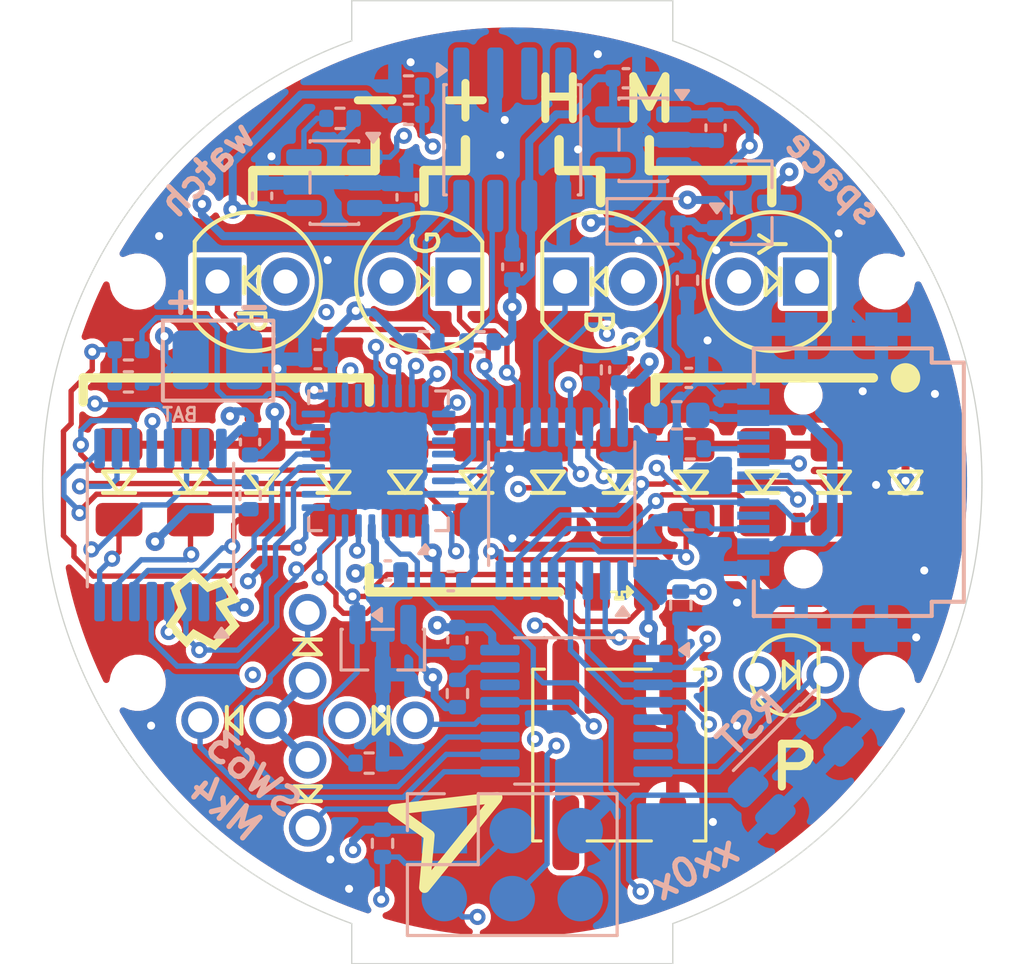
<source format=kicad_pcb>
(kicad_pcb (version 20241229) (generator "pcbnew") (generator_version "9.0")
  (layers (0 "F.Cu" signal) (4 "In1.Cu" signal) (6 "In2.Cu" signal) (2 "B.Cu" signal) (13 "F.Paste" user) (15 "B.Paste" user) (5 "F.SilkS" user "F.Silkscreen") (7 "B.SilkS" user "B.Silkscreen") (1 "F.Mask" user) (3 "B.Mask" user) (25 "Edge.Cuts" user))
  (net 0 "")
  (net 1 "VDD")
  (net 2 "GND")
  (net 3 "Net-(D1-K)")
  (net 4 "Net-(D2-K)")
  (net 5 "Net-(D3-K)")
  (net 6 "Net-(D4-K)")
  (net 7 "Net-(D9-K)")
  (net 8 "Net-(D10-K)")
  (net 9 "Net-(D11-K)")
  (net 10 "Net-(D12-K)")
  (net 11 "Net-(D13-K)")
  (net 12 "Net-(D14-K)")
  (net 13 "Net-(D15-K)")
  (net 14 "Net-(D16-K)")
  (net 15 "Net-(D17-K)")
  (net 16 "Net-(D18-K)")
  (net 17 "Net-(D19-K)")
  (net 18 "Net-(D20-K)")
  (net 19 "Net-(D21-K)")
  (net 20 "/LATCH")
  (net 21 "/!OE")
  (net 22 "/CLOCK")
  (net 23 "/DATA")
  (net 24 "Net-(U3-R-EXT)")
  (net 25 "VBUS")
  (net 26 "/VBAT")
  (net 27 "/VSEL")
  (net 28 "Net-(F1-Pad1)")
  (net 29 "Net-(D5-K)")
  (net 30 "Net-(D6-K)")
  (net 31 "Net-(D7-K)")
  (net 32 "Net-(D8-K)")
  (net 33 "/SDA")
  (net 34 "/SCL")
  (net 37 "/D+")
  (net 38 "/D-")
  (net 40 "Net-(J1-CC1)")
  (net 42 "Net-(J1-CC2)")
  (net 43 "/SWDIO")
  (net 44 "/!RESET")
  (net 45 "/SWCLK")
  (net 47 "/GND_LED")
  (net 48 "/ACTIVE")
  (net 49 "/AMBIENT_LIGHT")
  (net 50 "Net-(U1-PROG)")
  (net 51 "Net-(U4-R-EXT)")
  (net 52 "Net-(U5-R-EXT)")
  (net 53 "/BATTERY_LEVEL")
  (net 54 "/BATTERY_MEASURE")
  (net 55 "/BTN")
  (net 56 "/CHRG_STAT")
  (net 58 "Net-(U3-SDO)")
  (net 59 "Net-(U4-SDO)")
  (net 68 "/USB_DTCT")
  (footprint "sw63_mk4:LED_1206_W" (layer "F.Cu") (at 126.854525 82.5 90)
    (property "Reference" "D10" (hide yes))
    (property "Value" "LED")
  )
  (footprint "sw63_mk4:LED_D5.0mm_B" (layer "F.Cu") (at 119.471866 75)
    (property "Reference" "D14" (hide yes))
    (property "Value" "LED")
  )
  (footprint "sw63_mk4:LED_D5.0mm_R" (layer "F.Cu") (at 106.48 75)
    (property "Reference" "D16" (hide yes))
    (property "Value" "LED")
  )
  (footprint "sw63_mk4:LED_D3.0mm_R" (layer "F.Cu") (at 129.2 89.7 180)
    (property "Reference" "D21" (hide yes))
    (property "Value" "LED")
  )
  (footprint "sw63_mk4:LED_1206_W" (layer "F.Cu") (at 121.509075 82.5 90)
    (property "Reference" "D8" (hide yes))
    (property "Value" "LED")
  )
  (footprint "sw63_mk4:LED_1206_W" (layer "F.Cu") (at 132.2 82.5 90)
    (property "Reference" "D12" (hide yes))
    (property "Value" "LED")
  )
  (footprint "sw63_mk4:SW_Push_1P1T_NO_CK_KSC3xxJ" (layer "F.Cu") (at 121.5 92.7 -90)
    (property "Reference" "SW1" (hide yes))
    (property "Value" "KSC321J LFS")
  )
  (footprint "sw63_mk4:MountingHole_1.6mm" (layer "F.Cu") (at 103.5 90)
    (property "Reference" "H4" (hide yes))
    (property "Value" "MountingHole")
  )
  (footprint "sw63_mk4:MountingHole_1.6mm" (layer "F.Cu") (at 131.5 75)
    (property "Reference" "H3" (hide yes))
    (property "Value" "MountingHole")
  )
  (footprint "sw63_mk4:LED_1206_W" (layer "F.Cu") (at 124.1818 82.5 90)
    (property "Reference" "D9" (hide yes))
    (property "Value" "LED")
  )
  (footprint "sw63_mk4:LED_W3.0mm_H2.0mm_Y" (layer "F.Cu") (at 105.83 91.4)
    (property "Reference" "D20" (hide yes))
    (property "Value" "LED")
  )
  (footprint "sw63_mk4:MountingHole_1.6mm" (layer "F.Cu") (at 103.5 75)
    (property "Reference" "H1" (hide yes))
    (property "Value" "MountingHole")
  )
  (footprint "sw63_mk4:LED_1206_W" (layer "F.Cu") (at 129.52725 82.5 90)
    (property "Reference" "D11" (hide yes))
    (property "Value" "LED")
  )
  (footprint "sw63_mk4:LED_W3.0mm_H2.0mm_Y" (layer "F.Cu") (at 113.87 91.4 180)
    (property "Reference" "D18" (hide yes))
    (property "Value" "LED")
  )
  (footprint "sw63_mk4:LED_1206_W" (layer "F.Cu") (at 116.163625 82.5 90)
    (property "Reference" "D6" (hide yes))
    (property "Value" "LED")
  )
  (footprint "sw63_mk4:LED_1206_W" (layer "F.Cu") (at 102.8 82.5 90)
    (property "Reference" "D4" (hide yes))
    (property "Value" "LED")
  )
  (footprint "sw63_mk4:MountingHole_1.6mm" (layer "F.Cu") (at 131.5 90)
    (property "Reference" "H2" (hide yes))
    (property "Value" "MountingHole")
  )
  (footprint "sw63_mk4:LED_1206_W" (layer "F.Cu") (at 108.14545 82.5 90)
    (property "Reference" "D2" (hide yes))
    (property "Value" "LED")
  )
  (footprint "sw63_mk4:LED_1206_W" (layer "F.Cu") (at 118.83635 82.5 90)
    (property "Reference" "D7" (hide yes))
    (property "Value" "LED")
  )
  (footprint "sw63_mk4:LED_D5.0mm_Y" (layer "F.Cu") (at 128.52 75 180)
    (property "Reference" "D13" (hide yes))
    (property "Value" "LED")
  )
  (footprint "sw63_mk4:LED_D5.0mm_G" (layer "F.Cu") (at 115.528134 75 180)
    (property "Reference" "D15" (hide yes))
    (property "Value" "LED")
  )
  (footprint "sw63_mk4:LED_W3.0mm_H2.0mm_Y" (layer "F.Cu") (at 109.85 95.42 90)
    (property "Reference" "D19" (hide yes))
    (property "Value" "LED")
  )
  (footprint "sw63_mk4:LED_1206_W" (layer "F.Cu") (at 105.472725 82.5 90)
    (property "Reference" "D3" (hide yes))
    (property "Value" "LED")
  )
  (footprint "sw63_mk4:TEMT6200FX01" (layer "F.Cu") (at 121.6 86.6)
    (property "Reference" "Q3" (hide yes))
    (property "Value" "TEMT6200FX01")
  )
  (footprint "sw63_mk4:LED_1206_W" (layer "F.Cu") (at 110.818175 82.5 90)
    (property "Reference" "D1" (hide yes))
    (property "Value" "LED")
  )
  (footprint "sw63_mk4:LED_1206_W" (layer "F.Cu") (at 113.4909 82.5 90)
    (property "Reference" "D5" (hide yes))
    (property "Value" "LED")
  )
  (footprint "sw63_mk4:LED_W3.0mm_H2.0mm_Y" (layer "F.Cu") (at 109.85 87.38 -90)
    (property "Reference" "D17" (hide yes))
    (property "Value" "LED")
  )
  (footprint "Resistor_SMD:R_0402_1005Metric" (layer "B.Cu") (at 111.06 68.9)
    (property "Reference" "R3" (hide yes))
    (property "Value" "22k")
  )
  (footprint "Diode_SMD:D_SOD-323" (layer "B.Cu") (at 122.65 72.75)
    (property "Reference" "D22" (hide yes))
    (property "Value" "MS2A40LWS")
  )
  (footprint "Capacitor_SMD:C_0402_1005Metric" (layer "B.Cu") (at 112.85 85.8)
    (property "Reference" "C10" (hide yes))
    (property "Value" "100n")
  )
  (footprint "sw63_mk4:GT-USB-7070C" (layer "B.Cu") (at 131.3 82.5 -90)
    (property "Reference" "J1" (hide yes))
    (property "Value" "GT-USB-7070C")
  )
  (footprint "Resistor_SMD:R_0402_1005Metric" (layer "B.Cu") (at 113.62 67.69 180)
    (property "Reference" "R16" (hide yes))
    (property "Value" "22k")
  )
  (footprint "Capacitor_SMD:C_0402_1005Metric" (layer "B.Cu") (at 121.5 78.3 90)
    (property "Reference" "C5" (hide yes))
    (property "Value" "100n")
  )
  (footprint "Resistor_SMD:R_0402_1005Metric" (layer "B.Cu") (at 120.45 78.3 90)
    (property "Reference" "R7" (hide yes))
    (property "Value" "10k")
  )
  (footprint "Capacitor_SMD:C_0402_1005Metric" (layer "B.Cu") (at 113.55 71.85 90)
    (property "Reference" "C3" (hide yes))
    (property "Value" "10u")
  )
  (footprint "Package_DFN_QFN:QFN-32-1EP_5x5mm_P0.5mm_EP3.45x3.45mm" (layer "B.Cu") (at 112.5 81.7 90)
    (property "Reference" "U7" (hide yes))
    (property "Value" "STM32L052K8Ux")
  )
  (footprint "Resistor_SMD:R_0402_1005Metric" (layer "B.Cu") (at 112.65 96 -90)
    (property "Reference" "R5" (hide yes))
    (property "Value" "10k")
  )
  (footprint "Package_TO_SOT_SMD:SOT-23" (layer "B.Cu") (at 112.66 88.76 -90)
    (property "Reference" "Q2" (hide yes))
    (property "Value" "DMG2302U-7")
  )
  (footprint "Resistor_SMD:R_0402_1005Metric" (layer "B.Cu") (at 112.15 93)
    (property "Reference" "R12" (hide yes))
    (property "Value" "100k")
  )
  (footprint "Capacitor_SMD:C_0402_1005Metric" (layer "B.Cu") (at 115.2 86.2)
    (property "Reference" "C11" (hide yes))
    (property "Value" "100n")
  )
  (footprint "Resistor_SMD:R_0402_1005Metric" (layer "B.Cu") (at 103.15 78.75 180)
    (property "Reference" "R11" (hide yes))
    (property "Value" "100k")
  )
  (footprint "Resistor_SMD:R_0402_1005Metric" (layer "B.Cu") (at 115.45 90.4 -90)
    (property "Reference" "R8" (hide yes))
    (property "Value" "2k")
  )
  (footprint "Capacitor_SMD:C_0402_1005Metric" (layer "B.Cu") (at 110.23 77.9 180)
    (property "Reference" "C9" (hide yes))
    (property "Value" "100n")
  )
  (footprint "Resistor_SMD:R_0402_1005Metric" (layer "B.Cu") (at 103.15 77.55)
    (property "Reference" "R13" (hide yes))
    (property "Value" "220k")
  )
  (footprint "Package_SO:TSSOP-16_4.4x5mm_P0.65mm" (layer "B.Cu") (at 104.35 84.1 90)
    (property "Reference" "U3" (hide yes))
    (property "Value" "TLC5916IPWR")
  )
  (footprint "Package_SO:TSSOP-16_4.4x5mm_P0.65mm" (layer "B.Cu") (at 119.9 91.05 180)
    (property "Reference" "U5" (hide yes))
    (property "Value" "TLC5916IPWR")
  )
  (footprint "Capacitor_SMD:C_0402_1005Metric" (layer "B.Cu") (at 108.15 71.8 90)
    (property "Reference" "C1" (hide yes))
    (property "Value" "10u")
  )
  (footprint "Resistor_SMD:R_0402_1005Metric" (layer "B.Cu") (at 123.8 87.1 -90)
    (property "Reference" "R14" (hide yes))
    (property "Value" "22k")
  )
  (footprint "Package_SO:SOIC-8_3.9x4.9mm_P1.27mm" (layer "B.Cu") (at 117.5 69.7 -90)
    (property "Reference" "U6" (hide yes))
    (property "Value" "DS3231MZ")
  )
  (footprint "Capacitor_SMD:C_0402_1005Metric" (layer "B.Cu") (at 115.45 88.4 -90)
    (property "Reference" "C6" (hide yes))
    (property "Value" "100n")
  )
  (footprint "Capacitor_SMD:C_0402_1005Metric" (layer "B.Cu") (at 121.75 67.4)
    (property "Reference" "C7" (hide yes))
    (property "Value" "10u")
  )
  (footprint "Resistor_SMD:R_0402_1005Metric" (layer "B.Cu") (at 114.19 77.25)
    (property "Reference" "R10" (hide yes))
    (property "Value" "5k1")
  )
  (footprint "Package_TO_SOT_SMD:SOT-23" (layer "B.Cu") (at 126.45 72.05)
    (property "Reference" "Q1" (hide yes))
    (property "Value" "DMG2305UX-7")
  )
  (footprint "Capacitor_SMD:C_0402_1005Metric" (layer "B.Cu") (at 125.1 69.25 -90)
    (property "Reference" "C8" (hide yes))
    (property "Value" "10u")
  )
  (footprint "Resistor_SMD:R_0402_1005Metric" (layer "B.Cu") (at 107.7 83 -90)
    (property "Reference" "R6" (hide yes))
    (property "Value" "10k")
  )
  (footprint "Resistor_SMD:R_0402_1005Metric" (layer "B.Cu") (at 113.62 68.75)
    (property "Reference" "R15" (hide yes))
    (property "Value" "22k")
  )
  (footprint "Resistor_SMD:R_0402_1005Metric" (layer "B.Cu") (at 124.05 74.95 -90)
    (property "Reference" "R4" (hide yes))
    (property "Value" "10k")
  )
  (footprint "Fuse:Fuse_0603_1608Metric" (layer "B.Cu") (at 123.65 80 180)
    (property "Reference" "F1" (hide yes))
    (property "Value" "0603L020/30XR")
  )
  (footprint "Resistor_SMD:R_0402_1005Metric" (layer "B.Cu") (at 116.3 77.25 180)
    (property "Reference" "R9" (hide yes))
    (property "Value" "5k1")
  )
  (footprint "Capacitor_SMD:C_0402_1005Metric" (layer "B.Cu") (at 107.7 81 -90)
    (property "Reference" "C4" (hide yes))
    (property "Value" "100n")
  )
  (footprint "Package_TO_SOT_SMD:SOT-23-5" (layer "B.Cu") (at 122.4 69.7 180)
    (property "Reference" "U2" (hide yes))
    (property "Value" "MCP1711T-3.3I/OT")
  )
  (footprint "Button_Switch_SMD:SW_SPST_EVQP7A" (layer "B.Cu") (at 128.0988 93.1372 -135)
    (property "Reference" "SW2" (hide yes))
    (property "Value" "﻿EVQ-P7J01P")
  )
  (footprint "Capacitor_SMD:C_0402_1005Metric" (layer "B.Cu") (at 124.1 78.6)
    (property "Reference" "C2" (hide yes))
    (property "Value" "10u")
  )
  (footprint "Resistor_SMD:R_0402_1005Metric" (layer "B.Cu") (at 124.15 81.25 180)
    (property "Reference" "R1" (hide yes))
    (property "Value" "5k1")
  )
  (footprint "Capacitor_SMD:C_0402_1005Metric" (layer "B.Cu") (at 117.5 74.45 90)
    (property "Reference" "C12" (hide yes))
    (property "Value" "100n")
  )
  (footprint "Package_TO_SOT_SMD:SOT-23-5" (layer "B.Cu") (at 110.85 71.3 180)
    (property "Reference" "U1" (hide yes))
    (property "Value" "DIO5518BST5")
  )
  (footprint "sw63_mk4:BAT" (layer "B.Cu") (at 107.48 77.93 180)
    (property "Reference" "J3" (hide yes))
    (property "Value" "Conn_01x02")
  )
  (footprint "Package_SO:TSSOP-16_4.4x5mm_P0.65mm" (layer "B.Cu") (at 119.35 83.3 90)
    (property "Reference" "U4" (hide yes))
    (property "Value" "TLC5916IPWR")
  )
  (footprint "sw63_mk4:SWD_2x03_SMD" (layer "B.Cu") (at 114.96 95.525 -90)
    (property "Reference" "J2" (hide yes))
    (property "Value" "SWD")
  )
  (footprint "Resistor_SMD:R_0402_1005Metric" (layer "B.Cu") (at 124.1 83.9 180)
    (property "Reference" "R2" (hide yes))
    (property "Value" "5k1")
  )
  (gr_line (start 115.75 69.7) (end 115.75 70.85) (stroke (width 0.35)) (layer "F.SilkS"))
  (gr_line (start 127.2 70.85) (end 127.2 72.05) (stroke (width 0.35)) (layer "F.SilkS"))
  (gr_line (start 122.625 70.85) (end 127.2 70.85) (stroke (width 0.35)) (layer "F.SilkS"))
  (gr_poly (pts (xy 105.603756 85.727256) (xy 105.605325 85.728231) (xy 105.610494 85.732233) (xy 105.628447 85.747962) (xy 105.655581 85.773057) (xy 105.690725 85.806397) (xy 105.732713 85.846865) (xy 105.780375 85.89334) (xy 105.832542 85.944704) (xy 105.888047 85.999838) (xy 106.163185 86.27448) (xy 106.454034 86.162582) (xy 106.661376 86.083553) (xy 106.72595 86.059513) (xy 106.751439 86.050684) (xy 106.753606 86.052961) (xy 106.75866 86.059644) (xy 106.776822 86.085325) (xy 106.841115 86.179639) (xy 106.934613 86.319208) (xy 107.047608 86.489617) (xy 107.107912 86.581869) (xy 107.162361 86.666883) (xy 107.210121 86.743257) (xy 107.250357 86.809592) (xy 107.282238 86.864489) (xy 107.304928 86.906547) (xy 107.317595 86.934367) (xy 107.319909 86.942501) (xy 107.319405 86.94655) (xy 107.316414 86.948818) (xy 107.311237 86.951876) (xy 107.303996 86.955672) (xy 107.294815 86.960153) (xy 107.27113 86.97096) (xy 107.241172 86.98388) (xy 107.205931 86.998494) (xy 107.166397 87.014381) (xy 107.123561 87.031124) (xy 107.078412 87.048304) (xy 106.990731 87.081526) (xy 106.916781 87.110052) (xy 106.864358 87.130853) (xy 106.848654 87.137411) (xy 106.841255 87.140903) (xy 106.840835 87.141824) (xy 106.84105 87.143666) (xy 106.843325 87.150019) (xy 106.847964 87.159773) (xy 106.85485 87.17274) (xy 106.87489 87.207551) (xy 106.902508 87.25294) (xy 106.936766 87.307393) (xy 106.976726 87.369397) (xy 107.02145 87.437437) (xy 107.07 87.51) (xy 107.312971 87.870314) (xy 106.858203 88.325144) (xy 106.403435 88.779974) (xy 106.018564 88.564837) (xy 105.633694 88.349701) (xy 105.572703 88.416073) (xy 105.501955 88.494004) (xy 105.417568 88.588219) (xy 105.323546 88.693932) (xy 104.934469 88.288525) (xy 104.783385 88.129643) (xy 104.659672 87.996764) (xy 104.576088 87.903805) (xy 104.553332 87.876645) (xy 104.54741 87.868656) (xy 104.545392 87.864685) (xy 104.546594 87.861133) (xy 104.550122 87.854398) (xy 104.563524 87.832334) (xy 104.923706 87.832334) (xy 104.923859 87.833749) (xy 104.924518 87.835677) (xy 104.927307 87.841013) (xy 104.931972 87.848226) (xy 104.938414 87.857199) (xy 104.946532 87.867816) (xy 104.956228 87.87996) (xy 104.979949 87.908363) (xy 105.008779 87.941478) (xy 105.041919 87.978374) (xy 105.078571 88.018118) (xy 105.117935 88.05978) (xy 105.314267 88.264834) (xy 105.443547 88.124234) (xy 105.572703 87.983635) (xy 105.949038 88.196297) (xy 106.096784 88.278901) (xy 106.220881 88.346678) (xy 106.308306 88.392615) (xy 106.334195 88.405202) (xy 106.346032 88.409701) (xy 106.347458 88.409363) (xy 106.349613 88.408278) (xy 106.356027 88.403943) (xy 106.365117 88.396847) (xy 106.376725 88.387135) (xy 106.406857 88.360463) (xy 106.445157 88.325113) (xy 106.490358 88.28227) (xy 106.541193 88.233121) (xy 106.596394 88.178851) (xy 106.654696 88.120646) (xy 106.942947 87.830725) (xy 106.660386 87.417958) (xy 106.57182 87.288212) (xy 106.504711 87.188591) (xy 106.456742 87.114899) (xy 106.439211 87.086465) (xy 106.425595 87.06294) (xy 106.415605 87.043801) (xy 106.408951 87.028521) (xy 106.405343 87.016578) (xy 106.404492 87.007447) (xy 106.406108 87.000602) (xy 106.409901 86.995521) (xy 106.415581 86.991679) (xy 106.422858 86.98855) (xy 106.652502 86.903015) (xy 106.792342 86.849791) (xy 106.864101 86.82039) (xy 106.881239 86.81197) (xy 106.889503 86.806321) (xy 106.890103 86.805327) (xy 106.890355 86.803836) (xy 106.890266 86.801862) (xy 106.889844 86.79942) (xy 106.888029 86.793182) (xy 106.884972 86.78523) (xy 106.880731 86.775673) (xy 106.875368 86.764618) (xy 106.868941 86.752174) (xy 106.861513 86.73845) (xy 106.853142 86.723552) (xy 106.843888 86.707589) (xy 106.833813 86.69067) (xy 106.822976 86.672903) (xy 106.811437 86.654396) (xy 106.799257 86.635256) (xy 106.786495 86.615593) (xy 106.773213 86.595515) (xy 106.64183 86.399183) (xy 106.442899 86.476874) (xy 106.281516 86.540463) (xy 106.172834 86.584195) (xy 106.101576 86.613762) (xy 105.850439 86.372894) (xy 105.79949 86.324551) (xy 105.751037 86.279504) (xy 105.706206 86.238734) (xy 105.666122 86.203221) (xy 105.631913 86.173949) (xy 105.604704 86.151898) (xy 105.585623 86.13805) (xy 105.579483 86.134508) (xy 105.575796 86.133386) (xy 105.565744 86.137886) (xy 105.546844 86.150105) (xy 105.48767 86.193472) (xy 105.408623 86.255038) (xy 105.320051 86.326354) (xy 105.232302 86.398973) (xy 105.155725 86.464444) (xy 105.100669 86.51432) (xy 105.084444 86.53077) (xy 105.077481 86.540153) (xy 105.077284 86.541603) (xy 105.077409 86.543863) (xy 105.07859 86.550725) (xy 105.080966 86.560564) (xy 105.084476 86.573206) (xy 105.094663 86.606204) (xy 105.108672 86.648325) (xy 105.126027 86.698176) (xy 105.146252 86.754364) (xy 105.168868 86.815496) (xy 105.1934 86.880178) (xy 105.281932 87.112797) (xy 105.310256 87.188742) (xy 105.322309 87.222801) (xy 105.322368 87.224334) (xy 105.321905 87.22658) (xy 105.319461 87.233126) (xy 105.315078 87.242284) (xy 105.308855 87.253896) (xy 105.300892 87.267807) (xy 105.291289 87.283859) (xy 105.267566 87.321763) (xy 105.238483 87.366357) (xy 105.204843 87.416387) (xy 105.167445 87.470603) (xy 105.12709 87.527753) (xy 105.048756 87.639113) (xy 104.984294 87.73365) (xy 104.959353 87.771491) (xy 104.940384 87.801383) (xy 104.928223 87.82208) (xy 104.924957 87.82859) (xy 104.923706 87.832334) (xy 104.563524 87.832334) (xy 104.563678 87.83208) (xy 104.58511 87.799127) (xy 104.613465 87.756939) (xy 104.647793 87.706913) (xy 104.687144 87.650448) (xy 104.730565 87.588942) (xy 104.777106 87.523794) (xy 104.84032 87.435199) (xy 104.891102 87.362406) (xy 104.930486 87.303674) (xy 104.959505 87.257263) (xy 104.970451 87.238133) (xy 104.979194 87.221432) (xy 104.985863 87.20694) (xy 104.990586 87.194441) (xy 104.993494 87.183716) (xy 104.994715 87.174549) (xy 104.994378 87.166722) (xy 104.992614 87.160017) (xy 104.887257 86.888454) (xy 104.804076 86.66706) (xy 104.750307 86.515497) (xy 104.736714 86.472048) (xy 104.733188 86.453431) (xy 104.736022 86.449753) (xy 104.743122 86.442582) (xy 104.769233 86.418522) (xy 104.809746 86.382775) (xy 104.862885 86.336862) (xy 104.926875 86.28231) (xy 104.999938 86.22064) (xy 105.080299 86.153377) (xy 105.166183 86.082045) (xy 105.470501 85.832029) (xy 105.56536 85.755562) (xy 105.592187 85.73456) (xy 105.602889 85.726989)) (fill yes) (layer "F.SilkS"))
  (gr_line (start 112.375 70.85) (end 107.8 70.85) (stroke (width 0.35)) (layer "F.SilkS"))
  (gr_line (start 119.25 69.7) (end 119.25 70.85) (stroke (width 0.35)) (layer "F.SilkS"))
  (gr_line (start 114.2 70.85) (end 114.2 72.05) (stroke (width 0.35)) (layer "F.SilkS"))
  (gr_line (start 101.464 78.6) (end 112.154538 78.6) (stroke (width 0.35)) (layer "F.SilkS"))
  (gr_line (start 122.845438 79.5) (end 122.845438 78.6) (stroke (width 0.35)) (layer "F.SilkS"))
  (gr_line (start 119.2625 70.85) (end 120.8 70.85) (stroke (width 0.35)) (layer "F.SilkS"))
  (gr_line (start 122.625 69.7) (end 122.625 70.85) (stroke (width 0.35)) (layer "F.SilkS"))
  (gr_line (start 112.375 69.7) (end 112.375 70.85) (stroke (width 0.35)) (layer "F.SilkS"))
  (gr_line (start 101.464 79.5) (end 101.464 78.6) (stroke (width 0.35)) (layer "F.SilkS"))
  (gr_poly (pts (xy 116.937284 94.078505) (xy 116.94733 94.079031) (xy 116.957272 94.080068) (xy 116.967095 94.081603) (xy 116.976784 94.083625) (xy 116.986324 94.086121) (xy 116.9957 94.089081) (xy 117.004898 94.092493) (xy 117.013902 94.096343) (xy 117.022697 94.100622) (xy 117.031268 94.105316) (xy 117.039601 94.110414) (xy 117.04768 94.115904) (xy 117.055491 94.121775) (xy 117.063019 94.128014) (xy 117.070248 94.13461) (xy 117.077164 94.14155) (xy 117.083751 94.148824) (xy 117.089996 94.156419) (xy 117.095882 94.164323) (xy 117.101395 94.172524) (xy 117.10652 94.181011) (xy 117.111243 94.189772) (xy 117.115547 94.198795) (xy 117.119418 94.208069) (xy 117.122842 94.21758) (xy 117.125803 94.227318) (xy 117.128286 94.237271) (xy 117.130277 94.247427) (xy 117.13176 94.257774) (xy 117.132631 94.267284) (xy 117.133059 94.276735) (xy 117.133053 94.286115) (xy 117.132621 94.295414) (xy 117.131772 94.30462) (xy 117.130512 94.313723) (xy 117.128852 94.32271) (xy 117.126798 94.331572) (xy 117.12436 94.340297) (xy 117.121546 94.348874) (xy 117.118364 94.357292) (xy 117.114822 94.36554) (xy 117.110928 94.373606) (xy 117.106692 94.38148) (xy 117.102121 94.389151) (xy 117.097223 94.396608) (xy 117.095789 94.400784) (xy 117.094259 94.404934) (xy 117.092631 94.409059) (xy 117.090906 94.413156) (xy 117.089083 94.417226) (xy 117.087162 94.421266) (xy 117.085143 94.425276) (xy 117.083026 94.429254) (xy 117.08081 94.433201) (xy 117.078495 94.437114) (xy 117.076081 94.440993) (xy 117.073568 94.444837) (xy 117.070955 94.448644) (xy 117.068241 94.452414) (xy 117.065428 94.456146) (xy 117.062515 94.459839) (xy 114.376903 97.778794) (xy 114.369307 97.787681) (xy 114.361289 97.796038) (xy 114.352875 97.80386) (xy 114.344093 97.81114) (xy 114.334967 97.817872) (xy 114.325524 97.824051) (xy 114.31579 97.82967) (xy 114.30579 97.834723) (xy 114.29555 97.839204) (xy 114.285097 97.843107) (xy 114.274456 97.846426) (xy 114.263653 97.849156) (xy 114.252714 97.851289) (xy 114.241665 97.85282) (xy 114.230532 97.853744) (xy 114.219341 97.854053) (xy 114.214537 97.853996) (xy 114.209727 97.853826) (xy 114.204914 97.853543) (xy 114.200099 97.853145) (xy 114.195285 97.852633) (xy 114.190475 97.852005) (xy 114.18567 97.851261) (xy 114.180874 97.850401) (xy 114.176087 97.849425) (xy 114.171312 97.848331) (xy 114.166552 97.847119) (xy 114.161809 97.845789) (xy 114.157085 97.84434) (xy 114.152383 97.842772) (xy 114.147704 97.841084) (xy 114.143051 97.839276) (xy 114.135396 97.835973) (xy 114.127932 97.832385) (xy 114.120662 97.828519) (xy 114.113594 97.824384) (xy 114.10673 97.819988) (xy 114.100077 97.81534) (xy 114.09364 97.810447) (xy 114.087423 97.805319) (xy 114.081431 97.799963) (xy 114.07567 97.794389) (xy 114.070145 97.788603) (xy 114.06486 97.782614) (xy 114.059821 97.776431) (xy 114.055032 97.770063) (xy 114.0505 97.763516) (xy 114.046228 97.7568) (xy 114.042222 97.749923) (xy 114.038486 97.742894) (xy 114.035027 97.735719) (xy 114.031848 97.728409) (xy 114.028956 97.720971) (xy 114.026354 97.713413) (xy 114.024048 97.705744) (xy 114.022044 97.697972) (xy 114.020345 97.690105) (xy 114.018957 97.682152) (xy 114.017886 97.674122) (xy 114.017136 97.666021) (xy 114.016712 97.657859) (xy 114.016619 97.649644) (xy 114.016862 97.641384) (xy 114.017447 97.633087) (xy 114.18446 95.797662) (xy 112.935814 94.902458) (xy 112.929544 94.897808) (xy 112.923493 94.892948) (xy 112.917664 94.887886) (xy 112.91206 94.882629) (xy 112.907546 94.878059) (xy 113.597337 94.878059) (xy 114.514878 95.535802) (xy 114.520277 95.539782) (xy 114.525519 95.543922) (xy 114.535522 95.552664) (xy 114.544869 95.561989) (xy 114.553544 95.571858) (xy 114.561528 95.582232) (xy 114.568803 95.593073) (xy 114.575353 95.604342) (xy 114.581159 95.616001) (xy 114.586204 95.628009) (xy 114.590471 95.640329) (xy 114.593941 95.652922) (xy 114.596597 95.665749) (xy 114.598421 95.678771) (xy 114.599396 95.69195) (xy 114.599505 95.705247) (xy 114.598728 95.718622) (xy 114.481716 97.004898) (xy 116.47711 94.538878) (xy 113.597337 94.878059) (xy 112.907546 94.878059) (xy 112.906683 94.877185) (xy 112.901536 94.871562) (xy 112.896623 94.865767) (xy 112.891946 94.859808) (xy 112.887507 94.853692) (xy 112.883309 94.847428) (xy 112.879356 94.841022) (xy 112.875649 94.834482) (xy 112.872192 94.827816) (xy 112.868988 94.821032) (xy 112.866039 94.814137) (xy 112.863348 94.807138) (xy 112.860917 94.800044) (xy 112.85875 94.792862) (xy 112.85685 94.7856) (xy 112.855218 94.778265) (xy 112.853858 94.770864) (xy 112.852773 94.763406) (xy 112.851966 94.755898) (xy 112.851438 94.748348) (xy 112.851193 94.740763) (xy 112.851234 94.73315) (xy 112.851564 94.725519) (xy 112.852184 94.717875) (xy 112.853099 94.710227) (xy 112.85431 94.702583) (xy 112.855821 94.694949) (xy 112.857634 94.687334) (xy 112.859722 94.679794) (xy 112.862084 94.672384) (xy 112.864714 94.66511) (xy 112.867605 94.657976) (xy 112.870752 94.650987) (xy 112.874149 94.64415) (xy 112.877788 94.637469) (xy 112.881666 94.630949) (xy 112.885774 94.624596) (xy 112.890108 94.618414) (xy 112.899427 94.606588) (xy 112.909574 94.595512) (xy 112.920501 94.585228) (xy 112.932158 94.575777) (xy 112.944498 94.567202) (xy 112.957471 94.559543) (xy 112.97103 94.552844) (xy 112.978014 94.549867) (xy 112.985126 94.547146) (xy 112.992359 94.544685) (xy 112.999709 94.54249) (xy 113.007169 94.540566) (xy 113.014732 94.538918) (xy 113.022393 94.537552) (xy 113.030146 94.536472) (xy 116.90667 94.080108) (xy 116.916939 94.079031) (xy 116.927148 94.078501)) (fill yes) (layer "F.SilkS"))
  (gr_line (start 112.154538 86.6) (end 112.154538 85.7) (stroke (width 0.35)) (layer "F.SilkS"))
  (gr_line (start 120.8 70.85) (end 120.8 72.05) (stroke (width 0.35)) (layer "F.SilkS"))
  (gr_line (start 112.154538 86.6) (end 119.272731 86.6) (stroke (width 0.35)) (layer "F.SilkS"))
  (gr_line (start 107.8 70.85) (end 107.8 72.05) (stroke (width 0.35)) (layer "F.SilkS"))
  (gr_line (start 112.154538 79.5) (end 112.154538 78.6) (stroke (width 0.35)) (layer "F.SilkS"))
  (gr_line (start 115.7375 70.85) (end 114.2 70.85) (stroke (width 0.35)) (layer "F.SilkS"))
  (gr_line (start 122.845438 78.6) (end 131 78.6) (stroke (width 0.35)) (layer "F.SilkS"))
  (gr_circle (center 132.2 78.6) (end 132.7 78.6) (stroke (width 0.1)) (fill yes) (layer "F.SilkS"))
  (gr_rect (start 104.44 76.46) (end 108.57 79.45) (stroke (width 0.15)) (fill no) (layer "B.SilkS"))
  (gr_line (start 123.5 64.5) (end 111.5 64.5) (stroke (width 0.05)) (layer "Edge.Cuts"))
  (gr_line (start 111.5 64.5) (end 111.5 66) (stroke (width 0.05)) (layer "Edge.Cuts"))
  (gr_line (start 111.5 99) (end 111.5 100.5) (stroke (width 0.05)) (layer "Edge.Cuts"))
  (gr_line (start 123.5 66) (end 123.5 64.5) (stroke (width 0.05)) (layer "Edge.Cuts"))
  (gr_line (start 123.5 100.5) (end 123.5 99) (stroke (width 0.05)) (layer "Edge.Cuts"))
  (gr_line (start 111.5 100.5) (end 123.5 100.5) (stroke (width 0.05)) (layer "Edge.Cuts"))
  (gr_arc (start 111.5 99) (mid 99.94295 82.5) (end 111.5 66) (stroke (width 0.05)) (layer "Edge.Cuts"))
  (gr_arc (start 123.5 66) (mid 135.05705 82.5) (end 123.5 99) (stroke (width 0.05)) (layer "Edge.Cuts"))
  (gr_text "M" (at 122.625 68.2 0) (layer "F.SilkS") (effects (font (size 1.6 1.8) (thickness 0.3) (bold yes))))
  (gr_text "P" (at 128.05 93.15 0) (layer "F.SilkS") (effects (font (size 1.6 1.8) (thickness 0.3) (bold yes))))
  (gr_text "H" (at 119.25 68.2 0) (layer "F.SilkS") (effects (font (size 1.6 1.8) (thickness 0.3) (bold yes))))
  (gr_text "+" (at 115.75 68.1 0) (layer "F.SilkS") (effects (font (size 1.7 1.7) (thickness 0.3) (bold yes))))
  (gr_text "-" (at 112.375 68.1 0) (layer "F.SilkS") (effects (font (size 1.7 1.7) (thickness 0.3) (bold yes))))
  (gr_text "-" (at 107.85 75.9 0) (layer "B.SilkS") (effects (font (size 1 1) (thickness 0.2) (bold yes)) (justify mirror)))
  (gr_text "RST" (at 126.4 91.5 45) (layer "B.SilkS") (effects (font (size 1 1) (thickness 0.2) (bold yes)) (justify mirror)))
  (gr_text "BAT" (at 105.08 79.97 0) (layer "B.SilkS") (effects (font (size 0.5 0.5) (thickness 0.1) (bold yes)) (justify mirror)))
  (gr_text "SW63\nMk4" (at 107.3 94.05 320) (layer "B.SilkS") (effects (font (size 1 1) (thickness 0.2) (bold yes)) (justify mirror)))
  (gr_text "watch" (at 106.1 70.8 45) (layer "B.SilkS") (effects (font (size 1 1) (thickness 0.2) (bold yes)) (justify mirror)))
  (gr_text "+" (at 105.11 75.7 0) (layer "B.SilkS") (effects (font (size 1 1) (thickness 0.2) (bold yes)) (justify mirror)))
  (gr_text "xx0x" (at 124.32 96.91 28) (layer "B.SilkS") (effects (font (size 1 1) (thickness 0.2) (bold yes)) (justify mirror)))
  (gr_text "space" (at 129.5 71.1 315) (layer "B.SilkS") (effects (font (size 1 1) (thickness 0.2) (bold yes)) (justify mirror)))
  (via (at 117.5 75.95) (size 0.7) (drill 0.3) (layers "F.Cu" "B.Cu") (net 1))
  (via (at 111.55 96.25) (size 0.6) (drill 0.3) (layers "F.Cu" "B.Cu") (net 1))
  (via (at 111.64 85.91) (size 0.7) (drill 0.3) (layers "F.Cu" "B.Cu") (net 1))
  (via (at 114.52 85.14) (size 0.7) (drill 0.3) (layers "F.Cu" "B.Cu") (net 1))
  (via (at 110.1 79.05) (size 0.7) (drill 0.3) (layers "F.Cu" "B.Cu") (net 1))
  (via (at 111.65 76.091477) (size 0.7) (drill 0.3) (layers "F.Cu" "B.Cu") (net 1))
  (segment (start 112.310001 76.15) (end 111.708523 76.15) (width 0.3) (layer "B.Cu") (net 1))
  (segment (start 118.135 73.135) (end 118.135 72.175) (width 0.3) (layer "B.Cu") (net 1))
  (segment (start 110.71 77.031477) (end 111.65 76.091477) (width 0.3) (layer "B.Cu") (net 1))
  (segment (start 114.925 95.49) (end 114.96 95.525) (width 0.3) (layer "B.Cu") (net 1))
  (segment (start 117.5 76.5) (end 117.5 77.05) (width 0.3) (layer "B.Cu") (net 1))
  (segment (start 120.3 68.2) (end 119.75 68.75) (width 0.3) (layer "B.Cu") (net 1))
  (segment (start 112.25 84.66151) (end 112.37 84.78151) (width 0.3) (layer "B.Cu") (net 1))
  (segment (start 111.55 95.9) (end 111.55 96.25) (width 0.3) (layer "B.Cu") (net 1))
  (segment (start 117.5 74.93) (end 117.51 74.93) (width 0.3) (layer "B.Cu") (net 1))
  (segment (start 111.708523 76.15) (end 111.65 76.091477) (width 0.3) (layer "B.Cu") (net 1))
  (segment (start 121.27 67.4) (end 121.27 68.7425) (width 0.3) (layer "B.Cu") (net 1))
  (segment (start 111.899855 85.8) (end 112.37 85.8) (width 0.3) (layer "B.Cu") (net 1))
  (segment (start 117.51 74.93) (end 117.58 75) (width 0.3) (layer "B.Cu") (net 1))
  (segment (start 114.66 86.14) (end 114.72 86.2) (width 0.3) (layer "B.Cu") (net 1))
  (segment (start 114.52 85.14) (end 114.66 85.28) (width 0.3) (layer "B.Cu") (net 1))
  (segment (start 117.3 77.25) (end 116.81 77.25) (width 0.3) (layer "B.Cu") (net 1))
  (segment (start 111.96 95.49) (end 111.55 95.9) (width 0.3) (layer "B.Cu") (net 1))
  (segment (start 114.25 84.87) (end 114.52 85.14) (width 0.3) (layer "B.Cu") (net 1))
  (segment (start 112.65 95.49) (end 114.925 95.49) (width 0.3) (layer "B.Cu") (net 1))
  (segment (start 110.3125 79.2625) (end 110.1 79.05) (width 0.3) (layer "B.Cu") (net 1))
  (segment (start 120.3 67.75) (end 120.3 68.2) (width 0.3) (layer "B.Cu") (net 1))
  (segment (start 113.410001 77.25) (end 112.310001 76.15) (width 0.3) (layer "B.Cu") (net 1))
  (segment (start 119.75 68.75) (end 119.15 68.75) (width 0.3) (layer "B.Cu") (net 1))
  (segment (start 118.135 69.765) (end 118.135 72.175) (width 0.3) (layer "B.Cu") (net 1))
  (segment (start 110.75 79.2625) (end 110.75 77.94) (width 0.3) (layer "B.Cu") (net 1))
  (segment (start 112.25 84.1375) (end 112.25 84.66151) (width 0.3) (layer "B.Cu") (net 1))
  (segment (start 117.58 75) (end 117.9 75) (width 0.3) (layer "B.Cu") (net 1))
  (segment (start 110.75 77.94) (end 110.71 77.9) (width 0.3) (layer "B.Cu") (net 1))
  (segment (start 118.2 73.2) (end 118.135 73.135) (width 0.3) (layer "B.Cu") (net 1))
  (segment (start 110.71 77.9) (end 110.71 77.031477) (width 0.3) (layer "B.Cu") (net 1))
  (segment (start 117.9 75) (end 118.2 74.7) (width 0.3) (layer "B.Cu") (net 1))
  (segment (start 117.5 77.05) (end 117.3 77.25) (width 0.3) (layer "B.Cu") (net 1))
  (segment (start 121.27 67.4) (end 120.65 67.4) (width 0.3) (layer "B.Cu") (net 1))
  (segment (start 111.839855 85.86) (end 111.899855 85.8) (width 0.3) (layer "B.Cu") (net 1))
  (segment (start 120.65 67.4) (end 120.3 67.75) (width 0.3) (layer "B.Cu") (net 1))
  (segment (start 118.2 74.7) (end 118.2 73.2) (width 0.3) (layer "B.Cu") (net 1))
  (segment (start 119.15 68.75) (end 118.135 69.765) (width 0.3) (layer "B.Cu") (net 1))
  (segment (start 112.37 84.78151) (end 112.37 85.8) (width 0.3) (layer "B.Cu") (net 1))
  (segment (start 111.64 85.91) (end 111.69 85.86) (width 0.3) (layer "B.Cu") (net 1))
  (segment (start 113.68 77.25) (end 113.410001 77.25) (width 0.3) (layer "B.Cu") (net 1))
  (segment (start 111.69 85.86) (end 111.839855 85.86) (width 0.3) (layer "B.Cu") (net 1))
  (segment (start 117.5 74.93) (end 117.5 76.5) (width 0.3) (layer "B.Cu") (net 1))
  (segment (start 114.66 85.28) (end 114.66 86.14) (width 0.3) (layer "B.Cu") (net 1))
  (segment (start 112.65 95.49) (end 111.96 95.49) (width 0.3) (layer "B.Cu") (net 1))
  (segment (start 110.75 79.2625) (end 110.3125 79.2625) (width 0.3) (layer "B.Cu") (net 1))
  (segment (start 121.27 68.7425) (end 121.2625 68.75) (width 0.3) (layer "B.Cu") (net 1))
  (segment (start 114.25 84.1375) (end 114.25 84.87) (width 0.3) (layer "B.Cu") (net 1))
  (via (at 119.96 70.06) (size 0.6) (drill 0.3) (layers "F.Cu" "B.Cu") (net 2))
  (via (at 117.4 82) (size 0.6) (drill 0.3) (layers "F.Cu" "B.Cu") (net 2))
  (via (at 129.7 73.2) (size 0.6) (drill 0.3) (layers "F.Cu" "B.Cu") (net 2))
  (via (at 120.7 66.5) (size 0.6) (drill 0.3) (layers "F.Cu" "B.Cu") (net 2))
  (via (at 131.1 82.6) (size 0.6) (drill 0.3) (layers "F.Cu" "B.Cu") (net 2))
  (via (at 104 91.6) (size 0.6) (drill 0.3) (layers "F.Cu" "B.Cu") (net 2))
  (via (at 125.9 91.6) (size 0.6) (drill 0.3) (layers "F.Cu" "B.Cu") (net 2))
  (via (at 132.9 85.8) (size 0.6) (drill 0.3) (layers "F.Cu" "B.Cu") (net 2))
  (via (at 122.225 73.475) (size 0.6) (drill 0.3) (layers "F.Cu" "B.Cu") (net 2))
  (via (at 133.3 79.2) (size 0.6) (drill 0.3) (layers "F.Cu" "B.Cu") (net 2))
  (via (at 108.5 70.32) (size 0.6) (drill 0.3) (layers "F.Cu" "B.Cu") (net 2))
  (via (at 110.7 96.6) (size 0.6) (drill 0.3) (layers "F.Cu" "B.Cu") (net 2))
  (via (at 117.5 84.6) (size 0.6) (drill 0.3) (layers "F.Cu" "B.Cu") (net 2))
  (via (at 130.6 79.1) (size 0.6) (drill 0.3) (layers "F.Cu" "B.Cu") (net 2))
  (via (at 111.4 97.7) (size 0.6) (drill 0.3) (layers "F.Cu" "B.Cu") (net 2))
  (via (at 125.9 87) (size 0.6) (drill 0.3) (layers "F.Cu" "B.Cu") (net 2))
  (via (at 108.72 78.25) (size 0.7) (drill 0.3) (layers "F.Cu" "B.Cu") (net 2))
  (via (at 112.62 90.97) (size 0.6) (drill 0.3) (layers "F.Cu" "B.Cu") (net 2))
  (via (at 125.125 73.825) (size 0.6) (drill 0.3) (layers "F.Cu" "B.Cu") (net 2))
  (via (at 124.8 77.2) (size 0.6) (drill 0.3) (layers "F.Cu" "B.Cu") (net 2))
  (via (at 113.7 66.8) (size 0.6) (drill 0.3) (layers "F.Cu" "B.Cu") (net 2))
  (via (at 117.22 68.96) (size 0.6) (drill 0.3) (layers "F.Cu" "B.Cu") (net 2))
  (via (at 125 95.2) (size 0.6) (drill 0.3) (layers "F.Cu" "B.Cu") (net 2))
  (via (at 104.3 73.3) (size 0.6) (drill 0.3) (layers "F.Cu" "B.Cu") (net 2))
  (via (at 132.6 88.3) (size 0.6) (drill 0.3) (layers "F.Cu" "B.Cu") (net 2))
  (via (at 117.05 70.27) (size 0.6) (drill 0.3) (layers "F.Cu" "B.Cu") (net 2))
  (via (at 110.6 74.2) (size 0.6) (drill 0.3) (layers "F.Cu" "B.Cu") (net 2))
  (segment (start 111.27 71.32) (end 111.29 71.3) (width 0.3) (layer "B.Cu") (net 2))
  (segment (start 115.68 86.2) (end 116.06 85.82) (width 0.3) (layer "B.Cu") (net 2))
  (segment (start 116.06 84.79) (end 116.45 84.4) (width 0.3) (layer "B.Cu") (net 2))
  (segment (start 123.5375 69.7) (end 122.89 69.7) (width 0.3) (layer "B.Cu") (net 2))
  (segment (start 129.7 73.6) (end 130.1 74) (width 0.3) (layer "B.Cu") (net 2))
  (segment (start 125.23 79.25) (end 126.46 79.25) (width 0.2) (layer "B.Cu") (net 2))
  (segment (start 122.89 69.7) (end 122.39 69.2) (width 0.3) (layer "B.Cu") (net 2))
  (segment (start 124.55 78.65) (end 124.55 78.63) (width 0.2) (layer "B.Cu") (net 2))
  (segment (start 110.87 70.88) (end 111.29 71.3) (width 0.3) (layer "B.Cu") (net 2))
  (segment (start 117.3 84.4) (end 117.5 84.6) (width 0.3) (layer "B.Cu") (net 2))
  (segment (start 123.64 79.56) (end 124.55 78.65) (width 0.2) (layer "B.Cu") (net 2))
  (segment (start 126.51 85.7) (end 125.1 85.7) (width 0.3) (layer "B.Cu") (net 2))
  (segment (start 130.8 88.22) (end 130.8 88.7) (width 0.3) (layer "B.Cu") (net 2))
  (segment (start 113.33 85.8) (end 113.33 86.27) (width 0.3) (layer "B.Cu") (net 2))
  (segment (start 109.72 77.93) (end 109.75 77.9) (width 0.3) (layer "B.Cu") (net 2))
  (segment (start 110.87 69.81) (end 110.87 70.88) (width 0.3) (layer "B.Cu") (net 2))
  (segment (start 108.15 71.32) (end 111.27 71.32) (width 0.3) (layer "B.Cu") (net 2))
  (segment (start 123.6 83.9) (end 123.59 83.9) (width 0.3) (layer "B.Cu") (net 2))
  (segment (start 122.39 67.56) (end 122.23 67.4) (width 0.3) (layer "B.Cu") (net 2))
  (segment (start 126.46 79.25) (end 126.51 79.3) (width 0.2) (layer "B.Cu") (net 2))
  (segment (start 123.5375 69.7) (end 125.07 69.7) (width 0.3) (layer "B.Cu") (net 2))
  (segment (start 116.06 85.82) (end 116.06 84.79) (width 0.3) (layer "B.Cu") (net 2))
  (segment (start 124.58 78.6) (end 125.23 79.25) (width 0.2) (layer "B.Cu") (net 2))
  (segment (start 108.49 77.93) (end 108.72 78.16) (width 0.3) (layer "B.Cu") (net 2))
  (segment (start 126.51 79.3) (end 126.01 79.3) (width 0.2) (layer "B.Cu") (net 2))
  (segment (start 123.64 81.25) (end 123.64 79.56) (width 0.2) (layer "B.Cu") (net 2))
  (segment (start 111.29 71.3) (end 111.9875 71.3) (width 0.3) (layer "B.Cu") (net 2))
  (segment (start 111.57 69.11) (end 110.87 69.81) (width 0.3) (layer "B.Cu") (net 2))
  (segment (start 124.55 78.63) (end 124.58 78.6) (width 0.2) (layer "B.Cu") (net 2))
  (segment (start 116.45 84.4) (end 117.3 84.4) (width 0.3) (layer "B.Cu") (net 2))
  (segment (start 122.39 69.2) (end 122.39 67.56) (width 0.3) (layer "B.Cu") (net 2))
  (segment (start 111.57 68.9) (end 111.57 69.11) (width 0.3) (layer "B.Cu") (net 2))
  (segment (start 125.07 69.7) (end 125.1 69.73) (width 0.3) (layer "B.Cu") (net 2))
  (segment (start 115.68 86.2) (end 115.775 86.2) (width 0.3) (layer "B.Cu") (net 2))
  (segment (start 124.7 85.3) (end 124.7 85) (width 0.3) (layer "B.Cu") (net 2))
  (segment (start 112.66 86.94) (end 112.66 89.6975) (width 0.3) (layer "B.Cu") (net 2))
  (segment (start 113.33 86.27) (end 112.66 86.94) (width 0.3) (layer "B.Cu") (net 2))
  (segment (start 130.1 76.08) (end 130.8 76.78) (width 0.3) (layer "B.Cu") (net 2))
  (segment (start 108.49 77.93) (end 109.72 77.93) (width 0.3) (layer "B.Cu") (net 2))
  (segment (start 111.9875 71.3) (end 113.48 71.3) (width 0.3) (layer "B.Cu") (net 2))
  (segment (start 107.48 77.93) (end 108.49 77.93) (width 0.3) (layer "B.Cu") (net 2))
  (segment (start 113.48 71.3) (end 113.55 71.37) (width 0.3) (layer "B.Cu") (net 2))
  (segment (start 125.1 85.7) (end 124.7 85.3) (width 0.3) (layer "B.Cu") (net 2))
  (segment (start 130.1 74) (end 130.1 76.08) (width 0.3) (layer "B.Cu") (net 2))
  (segment (start 129.7 73.2) (end 129.7 73.6) (width 0.3) (layer "B.Cu") (net 2))
  (segment (start 124.7 85) (end 123.6 83.9) (width 0.3) (layer "B.Cu") (net 2))
  (segment (start 108.72 78.16) (end 108.72 78.25) (width 0.3) (layer "B.Cu") (net 2))
  (segment (start 110.818175 84.631825) (end 110.818175 83.9) (width 0.2) (layer "F.Cu") (net 3))
  (segment (start 109.69 85.76) (end 110.818175 84.631825) (width 0.2) (layer "F.Cu") (net 3))
  (segment (start 109.43 85.76) (end 109.69 85.76) (width 0.2) (layer "F.Cu") (net 3))
  (via (at 109.43 85.76) (size 0.6) (drill 0.3) (layers "F.Cu" "B.Cu") (net 3))
  (segment (start 108.7 87.880761) (end 107.205761 89.375) (width 0.2) (layer "B.Cu") (net 3))
  (segment (start 104.005574 86.881926) (end 104.025 86.8625) (width 0.2) (layer "B.Cu") (net 3))
  (segment (start 108.7 86.76924) (end 108.7 87.880761) (width 0.2) (layer "B.Cu") (net 3))
  (segment (start 107.205761 89.375) (end 104.975 89.375) (width 0.2) (layer "B.Cu") (net 3))
  (segment (start 104.975 89.375) (end 104.005574 88.405574) (width 0.2) (layer "B.Cu") (net 3))
  (segment (start 104.005574 88.405574) (end 104.005574 86.881926) (width 0.2) (layer "B.Cu") (net 3))
  (segment (start 109.43 85.76) (end 109.43 86.03924) (width 0.2) (layer "B.Cu") (net 3))
  (segment (start 109.43 86.03924) (end 108.7 86.76924) (width 0.2) (layer "B.Cu") (net 3))
  (segment (start 107.27045 83.9) (end 107.087811 84.082639) (width 0.2) (layer "F.Cu") (net 4))
  (segment (start 107.087811 84.082639) (end 107.087811 84.842949) (width 0.2) (layer "F.Cu") (net 4))
  (segment (start 107.087811 84.842949) (end 107.031631 84.899129) (width 0.2) (layer "F.Cu") (net 4))
  (segment (start 108.14545 83.9) (end 107.27045 83.9) (width 0.2) (layer "F.Cu") (net 4))
  (via (at 107.031631 84.899129) (size 0.6) (drill 0.3) (layers "F.Cu" "B.Cu") (net 4))
  (segment (start 106.66393 84.955309) (end 106.975451 84.955309) (width 0.2) (layer "B.Cu") (net 4))
  (segment (start 103.88013 85.8) (end 105.819239 85.8) (width 0.2) (layer "B.Cu") (net 4))
  (segment (start 105.819239 85.8) (end 106.66393 84.955309) (width 0.2) (layer "B.Cu") (net 4))
  (segment (start 106.975451 84.955309) (end 107.031631 84.899129) (width 0.2) (layer "B.Cu") (net 4))
  (segment (start 103.375 86.8625) (end 103.375 86.30513) (width 0.2) (layer "B.Cu") (net 4))
  (segment (start 103.375 86.30513) (end 103.88013 85.8) (width 0.2) (layer "B.Cu") (net 4))
  (segment (start 105.472725 83.9) (end 105.472725 85.172725) (width 0.2) (layer "F.Cu") (net 5))
  (segment (start 105.472725 85.172725) (end 105.5 85.2) (width 0.2) (layer "F.Cu") (net 5))
  (via (at 105.5 85.2) (size 0.6) (drill 0.3) (layers "F.Cu" "B.Cu") (net 5))
  (segment (start 103.63013 85.4) (end 105.3 85.4) (width 0.2) (layer "B.Cu") (net 5))
  (segment (start 102.725 86.30513) (end 103.63013 85.4) (width 0.2) (layer "B.Cu") (net 5))
  (segment (start 105.3 85.4) (end 105.5 85.2) (width 0.2) (layer "B.Cu") (net 5))
  (segment (start 102.725 86.8625) (end 102.725 86.30513) (width 0.2) (layer "B.Cu") (net 5))
  (segment (start 102.8 83.9) (end 102.8 85.1) (width 0.2) (layer "F.Cu") (net 6))
  (segment (start 102.8 85.1) (end 102.54038 85.35962) (width 0.2) (layer "F.Cu") (net 6))
  (via (at 102.54038 85.35962) (size 0.6) (drill 0.3) (layers "F.Cu" "B.Cu") (net 6))
  (segment (start 102.075 85.825) (end 102.54038 85.35962) (width 0.2) (layer "B.Cu") (net 6))
  (segment (start 102.075 86.8625) (end 102.075 85.825) (width 0.2) (layer "B.Cu") (net 6))
  (segment (start 124 85.3) (end 124 84.0818) (width 0.2) (layer "F.Cu") (net 7))
  (segment (start 124 84.0818) (end 124.1818 83.9) (width 0.2) (layer "F.Cu") (net 7))
  (via (at 124 85.3) (size 0.6) (drill 0.3) (layers "F.Cu" "B.Cu") (net 7))
  (segment (start 124 85.3) (end 123.8 85.1) (width 0.2) (layer "B.Cu") (net 7))
  (segment (start 123.8 85.1) (end 120.75 85.1) (width 0.2) (layer "B.Cu") (net 7))
  (segment (start 120.5 84.85) (end 119.600001 84.85) (width 0.2) (layer "B.Cu") (net 7))
  (segment (start 120.75 85.1) (end 120.5 84.85) (width 0.2) (layer "B.Cu") (net 7))
  (segment (start 119.600001 84.85) (end 119.025 85.425001) (width 0.2) (layer "B.Cu") (net 7))
  (segment (start 119.025 85.425001) (end 119.025 86.1625) (width 0.2) (layer "B.Cu") (net 7))
  (segment (start 125.928525 82.974) (end 123.101025 82.974) (width 0.2) (layer "F.Cu") (net 8))
  (segment (start 126.854525 83.9) (end 125.928525 82.974) (width 0.2) (layer "F.Cu") (net 8))
  (segment (start 123.101025 82.974) (end 122.871791 83.203234) (width 0.2) (layer "F.Cu") (net 8))
  (via (at 122.871791 83.203234) (size 0.6) (drill 0.3) (layers "F.Cu" "B.Cu") (net 8))
  (segment (start 119.560001 84.24) (end 121.835025 84.24) (width 0.2) (layer "B.Cu") (net 8))
  (segment (start 118.375 86.1625) (end 118.375 85.425001) (width 0.2) (layer "B.Cu") (net 8))
  (segment (start 121.835025 84.24) (end 122.871791 83.203234) (width 0.2) (layer "B.Cu") (net 8))
  (segment (start 118.375 85.425001) (end 119.560001 84.24) (width 0.2) (layer "B.Cu") (net 8))
  (segment (start 123.219239 82.5) (end 123.149239 82.57) (width 0.2) (layer "F.Cu") (net 9))
  (segment (start 123.149239 82.57) (end 122.325498 82.57) (width 0.2) (layer "F.Cu") (net 9))
  (segment (start 129.52725 82.97725) (end 129.05 82.5) (width 0.2) (layer "F.Cu") (net 9))
  (segment (start 129.05 82.5) (end 123.219239 82.5) (width 0.2) (layer "F.Cu") (net 9))
  (segment (start 122.325498 82.57) (end 122.320155 82.564657) (width 0.2) (layer "F.Cu") (net 9))
  (segment (start 129.52725 83.9) (end 129.52725 82.97725) (width 0.2) (layer "F.Cu") (net 9))
  (via (at 122.320155 82.564657) (size 0.6) (drill 0.3) (layers "F.Cu" "B.Cu") (net 9))
  (segment (start 117.725 86.1625) (end 117.725 85.325) (width 0.2) (layer "B.Cu") (net 9))
  (segment (start 117.725 85.325) (end 119.32 83.73) (width 0.2) (layer "B.Cu") (net 9))
  (segment (start 119.32 83.73) (end 121.45 83.73) (width 0.2) (layer "B.Cu") (net 9))
  (segment (start 121.45 83.73) (end 122.320155 82.859845) (width 0.2) (layer "B.Cu") (net 9))
  (segment (start 122.320155 82.859845) (end 122.320155 82.564657) (width 0.2) (layer "B.Cu") (net 9))
  (segment (start 129.04 87.06) (end 127.26 87.06) (width 0.2) (layer "F.Cu") (net 10))
  (segment (start 122.885354 85.4) (end 117.03 85.4) (width 0.2) (layer "F.Cu") (net 10))
  (segment (start 126.1 85.9) (end 123.385354 85.9) (width 0.2) (layer "F.Cu") (net 10))
  (segment (start 117.03 85.4) (end 116.71 85.08) (width 0.2) (layer "F.Cu") (net 10))
  (segment (start 132.2 83.9) (end 129.04 87.06) (width 0.2) (layer "F.Cu") (net 10))
  (segment (start 127.26 87.06) (end 126.1 85.9) (width 0.2) (layer "F.Cu") (net 10))
  (segment (start 123.385354 85.9) (end 122.885354 85.4) (width 0.2) (layer "F.Cu") (net 10))
  (via (at 116.71 85.08) (size 0.6) (drill 0.3) (layers "F.Cu" "B.Cu") (net 10))
  (segment (start 117.075 85.125) (end 117.075 86.1625) (width 0.2) (layer "B.Cu") (net 10))
  (segment (start 116.71 85.08) (end 116.73 85.1) (width 0.2) (layer "B.Cu") (net 10))
  (segment (start 117.05 85.1) (end 117.075 85.125) (width 0.2) (layer "B.Cu") (net 10))
  (segment (start 116.73 85.1) (end 117.05 85.1) (width 0.2) (layer "B.Cu") (net 10))
  (via (at 121.04 76.95) (size 0.6) (drill 0.3) (layers "F.Cu" "B.Cu") (net 11))
  (segment (start 121.04 76.95) (end 120.713832 76.623832) (width 0.2) (layer "B.Cu") (net 11))
  (segment (start 118.95 79.119239) (end 119.025 79.194239) (width 0.2) (layer "B.Cu") (net 11))
  (segment (start 119.025 79.194239) (end 119.025 80.4375) (width 0.2) (layer "B.Cu") (net 11))
  (segment (start 120.713832 76.623832) (end 120.326168 76.623832) (width 0.2) (layer "B.Cu") (net 11))
  (segment (start 120.326168 76.623832) (end 118.95 78) (width 0.2) (layer "B.Cu") (net 11))
  (segment (start 118.95 78) (end 118.95 79.119239) (width 0.2) (layer "B.Cu") (net 11))
  (segment (start 118.375 77.225) (end 119.471866 76.128134) (width 0.2) (layer "B.Cu") (net 12))
  (segment (start 118.375 80.4375) (end 118.375 77.225) (width 0.2) (layer "B.Cu") (net 12))
  (segment (start 119.471866 76.128134) (end 119.471866 75) (width 0.2) (layer "B.Cu") (net 12))
  (segment (start 117.3 77.33) (end 116.82 76.85) (width 0.2) (layer "F.Cu") (net 13))
  (segment (start 117.3 78.4) (end 117.3 77.33) (width 0.2) (layer "F.Cu") (net 13))
  (segment (start 115.93 76.85) (end 115.528134 76.448134) (width 0.2) (layer "F.Cu") (net 13))
  (segment (start 115.528134 76.448134) (end 115.528134 75) (width 0.2) (layer "F.Cu") (net 13))
  (segment (start 116.82 76.85) (end 115.93 76.85) (width 0.2) (layer "F.Cu") (net 13))
  (via (at 117.3 78.4) (size 0.6) (drill 0.3) (layers "F.Cu" "B.Cu") (net 13))
  (segment (start 117.725 80.4375) (end 117.725 78.825) (width 0.2) (layer "B.Cu") (net 13))
  (segment (start 117.725 78.825) (end 117.3 78.4) (width 0.2) (layer "B.Cu") (net 13))
  (segment (start 114.141477 76.791477) (end 107.171477 76.791477) (width 0.2) (layer "F.Cu") (net 14))
  (segment (start 116.6 78.02) (end 116.6 77.61) (width 0.2) (layer "F.Cu") (net 14))
  (segment (start 107.171477 76.791477) (end 106.48 76.1) (width 0.2) (layer "F.Cu") (net 14))
  (segment (start 116.6 77.61) (end 116.36 77.37) (width 0.2) (layer "F.Cu") (net 14))
  (segment (start 116.36 77.37) (end 114.72 77.37) (width 0.2) (layer "F.Cu") (net 14))
  (segment (start 116.46 78.16) (end 116.6 78.02) (width 0.2) (layer "F.Cu") (net 14))
  (segment (start 106.48 76.1) (end 106.48 75) (width 0.2) (layer "F.Cu") (net 14))
  (segment (start 114.72 77.37) (end 114.141477 76.791477) (width 0.2) (layer "F.Cu") (net 14))
  (via (at 116.46 78.16) (size 0.6) (drill 0.3) (layers "F.Cu" "B.Cu") (net 14))
  (segment (start 117.075 79.045) (end 117.075 80.4375) (width 0.2) (layer "B.Cu") (net 14))
  (segment (start 116.46 78.43) (end 117.075 79.045) (width 0.2) (layer "B.Cu") (net 14))
  (segment (start 116.46 78.16) (end 116.46 78.43) (width 0.2) (layer "B.Cu") (net 14))
  (segment (start 108.731 93.881) (end 107.2 92.35) (width 0.2) (layer "B.Cu") (net 15))
  (segment (start 107.2 91.019949) (end 107.869949 90.35) (width 0.2) (layer "B.Cu") (net 15))
  (segment (start 117.0375 92.025) (end 115.075 92.025) (width 0.2) (layer "B.Cu") (net 15))
  (segment (start 109.85 88.369949) (end 109.85 87.38) (width 0.2) (layer "B.Cu") (net 15))
  (segment (start 113.219 93.881) (end 108.731 93.881) (width 0.2) (layer "B.Cu") (net 15))
  (segment (start 107.869949 90.35) (end 108.069239 90.35) (width 0.2) (layer "B.Cu") (net 15))
  (segment (start 108.45 89.969239) (end 108.45 89.769949) (width 0.2) (layer "B.Cu") (net 15))
  (segment (start 115.075 92.025) (end 113.219 93.881) (width 0.2) (layer "B.Cu") (net 15))
  (segment (start 108.45 89.769949) (end 109.85 88.369949) (width 0.2) (layer "B.Cu") (net 15))
  (segment (start 108.069239 90.35) (end 108.45 89.969239) (width 0.2) (layer "B.Cu") (net 15))
  (segment (start 107.2 92.35) (end 107.2 91.019949) (width 0.2) (layer "B.Cu") (net 15))
  (segment (start 117.0375 91.375) (end 116.275 91.375) (width 0.2) (layer "B.Cu") (net 16))
  (segment (start 116.275 91.375) (end 116.1 91.55) (width 0.2) (layer "B.Cu") (net 16))
  (segment (start 116.1 91.55) (end 114.02 91.55) (width 0.2) (layer "B.Cu") (net 16))
  (segment (start 114.02 91.55) (end 113.87 91.4) (width 0.2) (layer "B.Cu") (net 16))
  (segment (start 113.554344 94.72) (end 110.55 94.72) (width 0.2) (layer "B.Cu") (net 17))
  (segment (start 110.55 94.72) (end 109.85 95.42) (width 0.2) (layer "B.Cu") (net 17))
  (segment (start 117.0375 93.325) (end 114.949344 93.325) (width 0.2) (layer "B.Cu") (net 17))
  (segment (start 114.949344 93.325) (end 113.554344 94.72) (width 0.2) (layer "B.Cu") (net 17))
  (segment (start 115.033658 92.675) (end 113.427658 94.281) (width 0.2) (layer "B.Cu") (net 18))
  (segment (start 113.427658 94.281) (end 107.721051 94.281) (width 0.2) (layer "B.Cu") (net 18))
  (segment (start 105.83 92.389949) (end 105.83 91.4) (width 0.2) (layer "B.Cu") (net 18))
  (segment (start 117.0375 92.675) (end 115.033658 92.675) (width 0.2) (layer "B.Cu") (net 18))
  (segment (start 107.721051 94.281) (end 105.83 92.389949) (width 0.2) (layer "B.Cu") (net 18))
  (segment (start 129.1 89.6) (end 128.95 89.6) (width 0.2) (layer "B.Cu") (net 19))
  (segment (start 128.95 89.6) (end 125.225 93.325) (width 0.2) (layer "B.Cu") (net 19))
  (segment (start 125.225 93.325) (end 122.7625 93.325) (width 0.2) (layer "B.Cu") (net 19))
  (via (at 111.449396 78.321848) (size 0.6) (drill 0.3) (layers "F.Cu" "B.Cu") (net 20))
  (via (at 124.85 91.55) (size 0.6) (drill 0.3) (layers "F.Cu" "B.Cu") (net 20))
  (via (at 104.655574 88.098503) (size 0.6) (drill 0.3) (layers "F.Cu" "B.Cu") (net 20))
  (segment (start 122.7625 90.725) (end 124.025 90.725) (width 0.2) (layer "B.Cu") (net 20))
  (segment (start 119.675 88.775) (end 121.625 90.725) (width 0.2) (layer "B.Cu") (net 20))
  (segment (start 111.25 79.2625) (end 111.25 78.521244) (width 0.2) (layer "B.Cu") (net 20))
  (segment (start 104.655574 86.881926) (end 104.655574 88.098503) (width 0.2) (layer "B.Cu") (net 20))
  (segment (start 119.675 86.1625) (end 119.675 88.775) (width 0.2) (layer "B.Cu") (net 20))
  (segment (start 121.625 90.725) (end 122.7625 90.725) (width 0.2) (layer "B.Cu") (net 20))
  (segment (start 124.025 90.725) (end 124.85 91.55) (width 0.2) (layer "B.Cu") (net 20))
  (segment (start 104.675 86.8625) (end 104.655574 86.881926) (width 0.2) (layer "B.Cu") (net 20))
  (segment (start 111.25 78.521244) (end 111.449396 78.321848) (width 0.2) (layer "B.Cu") (net 20))
  (via (at 101.9 79.559311) (size 0.6) (drill 0.3) (layers "F.Cu" "B.Cu") (net 21))
  (via (at 107.619538 86.199953) (size 0.6) (drill 0.3) (layers "F.Cu" "B.Cu") (net 21))
  (via (at 120.546133 91.623514) (size 0.6) (drill 0.3) (layers "F.Cu" "B.Cu") (net 21))
  (via (at 120.062065 82.192825) (size 0.6) (drill 0.3) (layers "F.Cu" "B.Cu") (net 21))
  (via (at 119.6 78.85) (size 0.6) (drill 0.3) (layers "F.Cu" "B.Cu") (net 21))
  (segment (start 119.675 80.4375) (end 119.675 78.925) (width 0.2) (layer "B.Cu") (net 21))
  (segment (start 108.922 82.568688) (end 108.922001 84.02865) (width 0.2) (layer "B.Cu") (net 21))
  (segment (start 104.675 79.990685) (end 104.284315 79.6) (width 0.2) (layer "B.Cu") (net 21))
  (segment (start 101.940689 79.6) (end 101.9 79.559311) (width 0.2) (layer "B.Cu") (net 21))
  (segment (start 117.0375 90.725) (end 119.647619 90.725) (width 0.2) (layer "B.Cu") (net 21))
  (segment (start 109.54069 81.95) (end 108.922 82.568688) (width 0.2) (layer "B.Cu") (net 21))
  (segment (start 119.675 81.80576) (end 120.062065 82.192825) (width 0.2) (layer "B.Cu") (net 21))
  (segment (start 108.922001 84.02865) (end 108.251 84.699651) (width 0.2) (layer "B.Cu") (net 21))
  (segment (start 119.647619 90.725) (end 120.546133 91.623514) (width 0.2) (layer "B.Cu") (net 21))
  (segment (start 119.675 78.925) (end 119.6 78.85) (width 0.2) (layer "B.Cu") (net 21))
  (segment (start 110.0625 81.95) (end 109.54069 81.95) (width 0.2) (layer "B.Cu") (net 21))
  (segment (start 108.251 85.568491) (end 107.619538 86.199953) (width 0.2) (layer "B.Cu") (net 21))
  (segment (start 104.284315 79.6) (end 101.940689 79.6) (width 0.2) (layer "B.Cu") (net 21))
  (segment (start 108.251 84.699651) (end 108.251 85.568491) (width 0.2) (layer "B.Cu") (net 21))
  (segment (start 119.675 80.4375) (end 119.675 81.80576) (width 0.2) (layer "B.Cu") (net 21))
  (segment (start 104.675 81.2375) (end 104.675 79.990685) (width 0.2) (layer "B.Cu") (net 21))
  (via (at 124.85 89.65) (size 0.6) (drill 0.3) (layers "F.Cu" "B.Cu") (net 22))
  (via (at 105.8 88.775) (size 0.6) (drill 0.3) (layers "F.Cu" "B.Cu") (net 22))
  (segment (start 108.651 86.014686) (end 108.651 84.865336) (width 0.2) (layer "B.Cu") (net 22))
  (segment (start 122.7625 90.075) (end 124.425 90.075) (width 0.2) (layer "B.Cu") (net 22))
  (segment (start 109.322001 82.737202) (end 109.609203 82.45) (width 0.2) (layer "B.Cu") (net 22))
  (segment (start 105.8 88.775) (end 105.3 88.275) (width 0.2) (layer "B.Cu") (net 22))
  (segment (start 120.325 88.822463) (end 120.325 86.1625) (width 0.2) (layer "B.Cu") (net 22))
  (segment (start 108.651 84.865336) (end 109.322001 84.194335) (width 0.2) (layer "B.Cu") (net 22))
  (segment (start 105.8 88.775) (end 107.240075 88.775) (width 0.2) (layer "B.Cu") (net 22))
  (segment (start 105.3 88.275) (end 105.3 86.8875) (width 0.2) (layer "B.Cu") (net 22))
  (segment (start 124.425 90.075) (end 124.85 89.65) (width 0.2) (layer "B.Cu") (net 22))
  (segment (start 121.577537 90.075) (end 120.325 88.822463) (width 0.2) (layer "B.Cu") (net 22))
  (segment (start 108.3 86.365686) (end 108.651 86.014686) (width 0.2) (layer "B.Cu") (net 22))
  (segment (start 108.3 87.715075) (end 108.3 86.365686) (width 0.2) (layer "B.Cu") (net 22))
  (segment (start 105.3 86.8875) (end 105.325 86.8625) (width 0.2) (layer "B.Cu") (net 22))
  (segment (start 122.7625 90.075) (end 121.577537 90.075) (width 0.2) (layer "B.Cu") (net 22))
  (segment (start 109.609203 82.45) (end 110.0625 82.45) (width 0.2) (layer "B.Cu") (net 22))
  (segment (start 107.240075 88.775) (end 108.3 87.715075) (width 0.2) (layer "B.Cu") (net 22))
  (segment (start 109.322001 84.194335) (end 109.322001 82.737202) (width 0.2) (layer "B.Cu") (net 22))
  (segment (start 106.563969 85.620955) (end 105.95 86.234924) (width 0.2) (layer "B.Cu") (net 23))
  (segment (start 109.45 81.45) (end 108.5 82.4) (width 0.2) (layer "B.Cu") (net 23))
  (segment (start 107.279297 85.620955) (end 106.563969 85.620955) (width 0.2) (layer "B.Cu") (net 23))
  (segment (start 108.5 82.4) (end 108.5 83.884965) (width 0.2) (layer "B.Cu") (net 23))
  (segment (start 107.85 84.534965) (end 107.85 85.050252) (width 0.2) (layer "B.Cu") (net 23))
  (segment (start 110.0625 81.45) (end 109.45 81.45) (width 0.2) (layer "B.Cu") (net 23))
  (segment (start 107.85 85.050252) (end 107.279297 85.620955) (width 0.2) (layer "B.Cu") (net 23))
  (segment (start 108.5 83.884965) (end 107.85 84.534965) (width 0.2) (layer "B.Cu") (net 23))
  (segment (start 106.44 82.49) (end 105.975 82.025) (width 0.2) (layer "B.Cu") (net 24))
  (segment (start 105.975 82.025) (end 105.975 81.2375) (width 0.2) (layer "B.Cu") (net 24))
  (segment (start 107.7 82.49) (end 106.44 82.49) (width 0.2) (layer "B.Cu") (net 24))
  (via (at 107.05 72.3) (size 0.7) (drill 0.3) (layers "F.Cu" "B.Cu") (net 25))
  (via (at 124.05 71.95) (size 0.7) (drill 0.3) (layers "F.Cu" "B.Cu") (net 25))
  (segment (start 122.8625 79.4625) (end 123.62 78.705) (width 0.3) (layer "B.Cu") (net 25))
  (segment (start 123.62 78.6) (end 123.62 77.82) (width 0.3) (layer "B.Cu") (net 25))
  (segment (start 109.59 68.01) (end 112.01 68.01) (width 0.3) (layer "B.Cu") (net 25))
  (segment (start 112.75 68.75) (end 113.11 68.75) (width 0.3) (layer "B.Cu") (net 25))
  (segment (start 123.56 74.44) (end 124.05 74.44) (width 0.3) (layer "B.Cu") (net 25))
  (segment (start 124.05 74.44) (end 124.05 73.9) (width 0.3) (layer "B.Cu") (net 25))
  (segment (start 123.7 73.55) (end 123.7 72.75) (width 0.3) (layer "B.Cu") (net 25))
  (segment (start 123.62 78.705) (end 123.62 78.6) (width 0.3) (layer "B.Cu") (net 25))
  (segment (start 107.07 72.28) (end 107.05 72.3) (width 0.3) (layer "B.Cu") (net 25))
  (segment (start 107.05 72.3) (end 107.05 70.55) (width 0.3) (layer "B.Cu") (net 25))
  (segment (start 122.8625 80) (end 122.8625 79.4625) (width 0.3) (layer "B.Cu") (net 25))
  (segment (start 124.25 72.75) (end 123.7 72.75) (width 0.3) (layer "B.Cu") (net 25))
  (segment (start 107.05 70.55) (end 109.59 68.01) (width 0.3) (layer "B.Cu") (net 25))
  (segment (start 123.62 77.82) (end 123.3 77.5) (width 0.3) (layer "B.Cu") (net 25))
  (segment (start 123.3 74.7) (end 123.56 74.44) (width 0.3) (layer "B.Cu") (net 25))
  (segment (start 125.1 71.95) (end 125.5125 72.3625) (width 0.3) (layer "B.Cu") (net 25))
  (segment (start 108.18 72.25) (end 108.15 72.28) (width 0.3) (layer "B.Cu") (net 25))
  (segment (start 124.5 73) (end 124.25 72.75) (width 0.3) (layer "B.Cu") (net 25))
  (segment (start 109.7125 72.25) (end 108.18 72.25) (width 0.3) (layer "B.Cu") (net 25))
  (segment (start 124.05 73.9) (end 123.7 73.55) (width 0.3) (layer "B.Cu") (net 25))
  (segment (start 108.15 72.28) (end 107.07 72.28) (width 0.3) (layer "B.Cu") (net 25))
  (segment (start 124.05 71.95) (end 125.1 71.95) (width 0.3) (layer "B.Cu") (net 25))
  (segment (start 112.01 68.01) (end 112.75 68.75) (width 0.3) (layer "B.Cu") (net 25))
  (segment (start 125.5125 73) (end 124.5 73) (width 0.3) (layer "B.Cu") (net 25))
  (segment (start 125.5125 72.3625) (end 125.5125 73) (width 0.3) (layer "B.Cu") (net 25))
  (segment (start 123.57 78.6) (end 123.5 78.53) (width 0.3) (layer "B.Cu") (net 25))
  (segment (start 123.62 78.6) (end 123.57 78.6) (width 0.3) (layer "B.Cu") (net 25))
  (segment (start 123.3 77.5) (end 123.3 74.7) (width 0.3) (layer "B.Cu") (net 25))
  (via (at 127.85 70.9) (size 0.7) (drill 0.3) (layers "F.Cu" "B.Cu") (net 26))
  (via (at 105.9 72.1) (size 0.7) (drill 0.3) (layers "F.Cu" "B.Cu") (net 26))
  (via (at 104.496112 77.043838) (size 0.7) (drill 0.3) (layers "F.Cu" "B.Cu") (net 26))
  (segment (start 127.3875 71.3625) (end 127.85 70.9) (width 0.3) (layer "B.Cu") (net 26))
  (segment (start 127.3875 72.05) (end 127.3875 71.3625) (width 0.3) (layer "B.Cu") (net 26))
  (segment (start 106.7 73.3) (end 113.14 73.3) (width 0.3) (layer "B.Cu") (net 26))
  (segment (start 111.9875 72.25) (end 113.47 72.25) (width 0.3) (layer "B.Cu") (net 26))
  (segment (start 104.75 78.05) (end 104.496112 77.796112) (width 0.3) (layer "B.Cu") (net 26))
  (segment (start 105.36 78.05) (end 105.48 77.93) (width 0.3) (layer "B.Cu") (net 26))
  (segment (start 105.36 78.05) (end 104.75 78.05) (width 0.3) (layer "B.Cu") (net 26))
  (segment (start 105.9 72.1) (end 105.9 72.5) (width 0.3) (layer "B.Cu") (net 26))
  (segment (start 104.2 78.75) (end 104.9 78.05) (width 0.3) (layer "B.Cu") (net 26))
  (segment (start 113.14 73.3) (end 113.55 72.89) (width 0.3) (layer "B.Cu") (net 26))
  (segment (start 113.47 72.25) (end 113.55 72.33) (width 0.3) (layer "B.Cu") (net 26))
  (segment (start 113.55 72.89) (end 113.55 72.33) (width 0.3) (layer "B.Cu") (net 26))
  (segment (start 105.9 72.5) (end 106.7 73.3) (width 0.3) (layer "B.Cu") (net 26))
  (segment (start 104.9 78.05) (end 105.36 78.05) (width 0.3) (layer "B.Cu") (net 26))
  (segment (start 103.66 78.75) (end 104.2 78.75) (width 0.3) (layer "B.Cu") (net 26))
  (segment (start 104.496112 77.796112) (end 104.496112 77.043838) (width 0.3) (layer "B.Cu") (net 26))
  (segment (start 110.818175 81.1) (end 113.4909 81.1) (width 0.3) (layer "F.Cu") (net 27))
  (segment (start 113.4909 81.1) (end 116.163625 81.1) (width 0.3) (layer "F.Cu") (net 27))
  (segment (start 105.472725 81.1) (end 108.14545 81.1) (width 0.3) (layer "F.Cu") (net 27))
  (segment (start 122.525 78) (end 121.509075 79.015925) (width 0.3) (layer "F.Cu") (net 27))
  (segment (start 116.163625 81.1) (end 118.83635 81.1) (width 0.3) (layer "F.Cu") (net 27))
  (segment (start 126.854525 81.1) (end 124.1818 81.1) (width 0.3) (layer "F.Cu") (net 27))
  (segment (start 124.1818 81.1) (end 121.509075 81.1) (width 0.3) (layer "F.Cu") (net 27))
  (segment (start 102.8 81.1) (end 105.472725 81.1) (width 0.3) (layer "F.Cu") (net 27))
  (segment (start 121.509075 79.015925) (end 121.509075 81.1) (width 0.3) (layer "F.Cu") (net 27))
  (segment (start 122.625 78) (end 122.525 78) (width 0.3) (layer "F.Cu") (net 27))
  (segment (start 132.2 82.45) (end 132.2 81.1) (width 0.3) (layer "F.Cu") (net 27))
  (segment (start 121.509075 81.1) (end 118.83635 81.1) (width 0.3) (layer "F.Cu") (net 27))
  (segment (start 108.14545 81.1) (end 110.818175 81.1) (width 0.3) (layer "F.Cu") (net 27))
  (segment (start 129.52725 81.1) (end 126.854525 81.1) (width 0.3) (layer "F.Cu") (net 27))
  (segment (start 132.2 81.1) (end 129.52725 81.1) (width 0.3) (layer "F.Cu") (net 27))
  (via (at 126.375 69.925) (size 0.6) (drill 0.3) (layers "F.Cu" "B.Cu") (net 27))
  (via (at 120.44 72.8) (size 0.7) (drill 0.3) (layers "F.Cu" "B.Cu") (net 27))
  (via (at 106.95 80.03) (size 0.7) (drill 0.3) (layers "F.Cu" "B.Cu") (net 27))
  (via (at 122.625 78) (size 0.7) (drill 0.3) (layers "F.Cu" "B.Cu") (net 27))
  (via (at 132.2 82.45) (size 0.7) (drill 0.3) (layers "F.Cu" "B.Cu") (net 27))
  (via (at 114.7 87.85) (size 0.7) (drill 0.3) (layers "F.Cu" "B.Cu") (net 27))
  (segment (start 124.8 71.1) (end 124.35 70.65) (width 0.3) (layer "B.Cu") (net 27))
  (segment (start 121.5 79.3) (end 121.5 78.78) (width 0.3) (layer "B.Cu") (net 27))
  (segment (start 116.75 88.2) (end 116.75 88.4875) (width 0.3) (layer "B.Cu") (net 27))
  (segment (start 106.625 81.2375) (end 107.3425 80.52) (width 0.3) (layer "B.Cu") (net 27))
  (segment (start 115.45 87.92) (end 116.47 87.92) (width 0.3) (layer "B.Cu") (net 27))
  (segment (start 123.1 71.8) (end 123.1 71.0875) (width 0.3) (layer "B.Cu") (net 27))
  (segment (start 114.77 87.92) (end 114.7 87.85) (width 0.3) (layer "B.Cu") (net 27))
  (segment (start 125.82 68.77) (end 125.1 68.77) (width 0.3) (layer "B.Cu") (net 27))
  (segment (start 125.5125 70.7875) (end 126.375 69.925) (width 0.3) (layer "B.Cu") (net 27))
  (segment (start 124.35 70.65) (end 123.5375 70.65) (width 0.3) (layer "B.Cu") (net 27))
  (segment (start 122.525 72.375) (end 123.1 71.8) (width 0.3) (layer "B.Cu") (net 27))
  (segment (start 107.51 79.85) (end 107.7 80.04) (width 0.3) (layer "B.Cu") (net 27))
  (segment (start 122.625 78.325) (end 122.17 78.78) (width 0.3) (layer "B.Cu") (net 27))
  (segment (start 116.75 88.4875) (end 117.0375 88.775) (width 0.3) (layer "B.Cu") (net 27))
  (segment (start 107.7 80.04) (end 107.7 80.52) (width 0.3) (layer "B.Cu") (net 27))
  (segment (start 107.3425 80.52) (end 107.7 80.52) (width 0.3) (layer "B.Cu") (net 27))
  (segment (start 122.17 78.78) (end 121.5 78.78) (width 0.3) (layer "B.Cu") (net 27))
  (segment (start 106.95 80.03) (end 107.13 79.85) (width 0.3) (layer "B.Cu") (net 27))
  (segment (start 108.37 91.4) (end 109.85 92.88) (width 0.3) (layer "B.Cu") (net 27))
  (segment (start 126.375 69.325) (end 125.82 68.77) (width 0.3) (layer "B.Cu") (net 27))
  (segment (start 121.625 80.4375) (end 121.625 79.425) (width 0.3) (layer "B.Cu") (net 27))
  (segment (start 123.5375 68.75) (end 125.08 68.75) (width 0.3) (layer "B.Cu") (net 27))
  (segment (start 125.5125 71.1) (end 125.5125 70.7875) (width 0.3) (layer "B.Cu") (net 27))
  (segment (start 126.375 69.925) (end 126.375 69.325) (width 0.3) (layer "B.Cu") (net 27))
  (segment (start 116.47 87.92) (end 116.75 88.2) (width 0.3) (layer "B.Cu") (net 27))
  (segment (start 125.5125 71.1) (end 124.8 71.1) (width 0.3) (layer "B.Cu") (net 27))
  (segment (start 123.1 71.0875) (end 123.5375 70.65) (width 0.3) (layer "B.Cu") (net 27))
  (segment (start 122.625 78) (end 122.625 78.325) (width 0.3) (layer "B.Cu") (net 27))
  (segment (start 109.85 89.92) (end 108.37 91.4) (width 0.3) (layer "B.Cu") (net 27))
  (segment (start 121.625 79.425) (end 121.5 79.3) (width 0.3) (layer "B.Cu") (net 27))
  (segment (start 115.45 87.92) (end 114.77 87.92) (width 0.3) (layer "B.Cu") (net 27))
  (segment (start 121.6 72.75) (end 122.15 72.75) (width 0.3) (layer "B.Cu") (net 27))
  (segment (start 125.08 68.75) (end 125.1 68.77) (width 0.3) (layer "B.Cu") (net 27))
  (segment (start 122.15 72.75) (end 122.525 72.375) (width 0.3) (layer "B.Cu") (net 27))
  (segment (start 120.44 72.8) (end 120.7 72.8) (width 0.3) (layer "B.Cu") (net 27))
  (segment (start 120.7 72.8) (end 120.75 72.75) (width 0.3) (layer "B.Cu") (net 27))
  (segment (start 107.13 79.85) (end 107.51 79.85) (width 0.3) (layer "B.Cu") (net 27))
  (segment (start 120.75 72.75) (end 121.6 72.75) (width 0.3) (layer "B.Cu") (net 27))
  (segment (start 127.3 84.9) (end 126.51 84.9) (width 0.4) (layer "B.Cu") (net 28))
  (segment (start 129.46 81.16) (end 129.46 84.34) (width 0.4) (layer "B.Cu") (net 28))
  (segment (start 129.1 84.7) (end 127.5 84.7) (width 0.4) (layer "B.Cu") (net 28))
  (segment (start 128.476 80.176) (end 129.46 81.16) (width 0.4) (layer "B.Cu") (net 28))
  (segment (start 125.05 80) (end 124.4375 80) (width 0.3) (layer "B.Cu") (net 28))
  (segment (start 129.46 84.34) (end 129.1 84.7) (width 0.4) (layer "B.Cu") (net 28))
  (segment (start 126.586 80.176) (end 128.476 80.176) (width 0.4) (layer "B.Cu") (net 28))
  (segment (start 125.15 80.1) (end 125.05 80) (width 0.3) (layer "B.Cu") (net 28))
  (segment (start 126.51 80.1) (end 125.15 80.1) (width 0.3) (layer "B.Cu") (net 28))
  (segment (start 126.51 80.1) (end 126.586 80.176) (width 0.4) (layer "B.Cu") (net 28))
  (segment (start 127.5 84.7) (end 127.3 84.9) (width 0.4) (layer "B.Cu") (net 28))
  (segment (start 101.957968 82.95) (end 112.5409 82.95) (width 0.2) (layer "F.Cu") (net 29))
  (segment (start 101.324 83.65) (end 101.340403 83.633597) (width 0.2) (layer "F.Cu") (net 29))
  (segment (start 101.340403 83.633597) (end 101.340403 83.567565) (width 0.2) (layer "F.Cu") (net 29))
  (segment (start 112.5409 82.95) (end 113.4909 83.9) (width 0.2) (layer "F.Cu") (net 29))
  (segment (start 101.340403 83.567565) (end 101.957968 82.95) (width 0.2) (layer "F.Cu") (net 29))
  (via (at 101.324 83.65) (size 0.6) (drill 0.3) (layers "F.Cu" "B.Cu") (net 29))
  (segment (start 100.738447 83) (end 100.738447 82.336914) (width 0.2) (layer "B.Cu") (net 29))
  (segment (start 100.738447 82.336914) (end 101.176478 81.898883) (width 0.2) (layer "B.Cu") (net 29))
  (segment (start 102.075 81.318239) (end 102.075 81.2375) (width 0.2) (layer "B.Cu") (net 29))
  (segment (start 101.324 83.585553) (end 100.738447 83) (width 0.2) (layer "B.Cu") (net 29))
  (segment (start 101.176478 81.898883) (end 101.494356 81.898883) (width 0.2) (layer "B.Cu") (net 29))
  (segment (start 101.324 83.65) (end 101.324 83.585553) (width 0.2) (layer "B.Cu") (net 29))
  (segment (start 102.075 81.2375) (end 102.075 81.1375) (width 0.2) (layer "B.Cu") (net 29))
  (segment (start 101.494356 81.898883) (end 102.075 81.318239) (width 0.2) (layer "B.Cu") (net 29))
  (segment (start 115.288625 83.9) (end 113.938625 82.55) (width 0.2) (layer "F.Cu") (net 30))
  (segment (start 101.444601 82.55) (end 101.340007 82.654594) (width 0.2) (layer "F.Cu") (net 30))
  (segment (start 116.163625 83.9) (end 115.288625 83.9) (width 0.2) (layer "F.Cu") (net 30))
  (segment (start 113.938625 82.55) (end 101.444601 82.55) (width 0.2) (layer "F.Cu") (net 30))
  (via (at 101.340007 82.654594) (size 0.6) (drill 0.3) (layers "F.Cu" "B.Cu") (net 30))
  (segment (start 102.725 82.375) (end 102.445406 82.654594) (width 0.2) (layer "B.Cu") (net 30))
  (segment (start 102.445406 82.654594) (end 101.340007 82.654594) (width 0.2) (layer "B.Cu") (net 30))
  (segment (start 102.725 81.1375) (end 102.725 82.375) (width 0.2) (layer "B.Cu") (net 30))
  (segment (start 116.12 82.05) (end 101.96384 82.05) (width 0.2) (layer "F.Cu") (net 31))
  (segment (start 118.1 83.9) (end 117.52 83.32) (width 0.2) (layer "F.Cu") (net 31))
  (segment (start 117.52 83.32) (end 117.39 83.32) (width 0.2) (layer "F.Cu") (net 31))
  (segment (start 117.39 83.32) (end 116.12 82.05) (width 0.2) (layer "F.Cu") (net 31))
  (segment (start 118.83635 83.9) (end 118.1 83.9) (width 0.2) (layer "F.Cu") (net 31))
  (segment (start 101.96384 82.05) (end 101.374 81.46016) (width 0.2) (layer "F.Cu") (net 31))
  (segment (start 101.374 81.46016) (end 101.374 81.1) (width 0.2) (layer "F.Cu") (net 31))
  (via (at 101.374 81.1) (size 0.6) (drill 0.3) (layers "F.Cu" "B.Cu") (net 31))
  (segment (start 103.25 80.2) (end 101.75 80.2) (width 0.2) (layer "B.Cu") (net 31))
  (segment (start 101.374 80.576) (end 101.374 81.1) (width 0.2) (layer "B.Cu") (net 31))
  (segment (start 103.375 81.2375) (end 103.375 80.325) (width 0.2) (layer "B.Cu") (net 31))
  (segment (start 101.75 80.2) (end 101.374 80.576) (width 0.2) (layer "B.Cu") (net 31))
  (segment (start 103.375 80.325) (end 103.25 80.2) (width 0.2) (layer "B.Cu") (net 31))
  (segment (start 121.509075 83.9) (end 120.7 83.9) (width 0.2) (layer "F.Cu") (net 32))
  (segment (start 117.768106 82.70962) (end 117.723375 82.754351) (width 0.2) (layer "F.Cu") (net 32))
  (segment (start 119.50962 82.70962) (end 117.768106 82.70962) (width 0.2) (layer "F.Cu") (net 32))
  (segment (start 120.7 83.9) (end 119.50962 82.70962) (width 0.2) (layer "F.Cu") (net 32))
  (via (at 104.047031 80.217161) (size 0.6) (drill 0.3) (layers "F.Cu" "B.Cu") (net 32))
  (via (at 117.723375 82.754351) (size 0.6) (drill 0.3) (layers "F.Cu" "B.Cu") (net 32))
  (segment (start 104.025 81.2375) (end 104.025 80.239192) (width 0.2) (layer "B.Cu") (net 32))
  (segment (start 104.025 80.239192) (end 104.047031 80.217161) (width 0.2) (layer "B.Cu") (net 32))
  (segment (start 116.53 81.72) (end 115.8 82.45) (width 0.2) (layer "B.Cu") (net 33))
  (segment (start 116.75 72.29) (end 116.75 76.29) (width 0.2) (layer "B.Cu") (net 33))
  (segment (start 115.79 78.38) (end 116.53 79.12) (width 0.2) (layer "B.Cu") (net 33))
  (segment (start 116.865 72.175) (end 116.75 72.29) (width 0.2) (layer "B.Cu") (net 33))
  (segment (start 116.53 79.12) (end 116.53 81.72) (width 0.2) (layer "B.Cu") (net 33))
  (segment (start 115.8 82.45) (end 114.9375 82.45) (width 0.2) (layer "B.Cu") (net 33))
  (segment (start 116.75 76.29) (end 115.79 77.25) (width 0.2) (layer "B.Cu") (net 33))
  (segment (start 115.79 77.25) (end 115.79 78.38) (width 0.2) (layer "B.Cu") (net 33))
  (segment (start 115.6 81.95) (end 116.05 81.5) (width 0.2) (layer "B.Cu") (net 34))
  (segment (start 114.25 76.25) (end 114.25 73.52) (width 0.2) (layer "B.Cu") (net 34))
  (segment (start 114.25 73.52) (end 115.595 72.175) (width 0.2) (layer "B.Cu") (net 34))
  (segment (start 116.05 81.5) (end 116.05 79.26) (width 0.2) (layer "B.Cu") (net 34))
  (segment (start 116.05 79.26) (end 115.35 78.56) (width 0.2) (layer "B.Cu") (net 34))
  (segment (start 114.7 77.25) (end 114.7 76.7) (width 0.2) (layer "B.Cu") (net 34))
  (segment (start 115.35 77.9) (end 114.7 77.25) (width 0.2) (layer "B.Cu") (net 34))
  (segment (start 115.35 78.56) (end 115.35 77.9) (width 0.2) (layer "B.Cu") (net 34))
  (segment (start 114.7 76.7) (end 114.25 76.25) (width 0.2) (layer "B.Cu") (net 34))
  (segment (start 114.9375 81.95) (end 115.6 81.95) (width 0.2) (layer "B.Cu") (net 34))
  (via (at 113.068866 77.971898) (size 0.6) (drill 0.3) (layers "F.Cu" "B.Cu") (net 37))
  (via (at 122.9 81.964657) (size 0.6) (drill 0.3) (layers "F.Cu" "B.Cu") (net 37))
  (segment (start 127.815687 82.25) (end 127.815687 82.250002) (width 0.2) (layer "B.Cu") (net 37))
  (segment (start 128.4 82.5) (end 128.85 82.95) (width 0.2) (layer "B.Cu") (net 37))
  (segment (start 128.85 82.95) (end 128.85 83.55) (width 0.2) (layer "B.Cu") (net 37))
  (segment (start 126.51 83.25) (end 124.185343 83.25) (width 0.2) (layer "B.Cu") (net 37))
  (segment (start 113.25 78.153032) (end 113.068866 77.971898) (width 0.2) (layer "B.Cu") (net 37))
  (segment (start 124.185343 83.25) (end 122.9 81.964657) (width 0.2) (layer "B.Cu") (net 37))
  (segment (start 113.25 79.2625) (end 113.25 78.153032) (width 0.2) (layer "B.Cu") (net 37))
  (segment (start 127.4 83.25) (end 126.51 83.25) (width 0.2) (layer "B.Cu") (net 37))
  (segment (start 128.05 83.9) (end 127.4 83.25) (width 0.2) (layer "B.Cu") (net 37))
  (segment (start 127.815687 82.25) (end 126.51 82.25) (width 0.2) (layer "B.Cu") (net 37))
  (segment (start 128.5 83.9) (end 128.05 83.9) (width 0.2) (layer "B.Cu") (net 37))
  (segment (start 127.815687 82.250002) (end 128.065685 82.5) (width 0.2) (layer "B.Cu") (net 37))
  (segment (start 128.065685 82.5) (end 128.4 82.5) (width 0.2) (layer "B.Cu") (net 37))
  (segment (start 128.85 83.55) (end 128.5 83.9) (width 0.2) (layer "B.Cu") (net 37))
  (via (at 128.215729 81.800121) (size 0.6) (drill 0.3) (layers "F.Cu" "B.Cu") (net 38))
  (via (at 128.180871 83.15) (size 0.6) (drill 0.3) (layers "F.Cu" "B.Cu") (net 38))
  (via (at 112.404669 77.441477) (size 0.6) (drill 0.3) (layers "F.Cu" "B.Cu") (net 38))
  (segment (start 128.15 83.15) (end 128.180871 83.15) (width 0.2) (layer "B.Cu") (net 38))
  (segment (start 112.75 79.2625) (end 112.75 78.572271) (width 0.2) (layer "B.Cu") (net 38))
  (segment (start 112.404669 78.22694) (end 112.404669 77.441477) (width 0.2) (layer "B.Cu") (net 38))
  (segment (start 127.75 82.75) (end 126.51 82.75) (width 0.2) (layer "B.Cu") (net 38))
  (segment (start 126.51 81.75) (end 128.165608 81.75) (width 0.2) (layer "B.Cu") (net 38))
  (segment (start 127.75 82.75) (end 128.15 83.15) (width 0.2) (layer "B.Cu") (net 38))
  (segment (start 128.165608 81.75) (end 128.215729 81.800121) (width 0.2) (layer "B.Cu") (net 38))
  (segment (start 112.75 78.572271) (end 112.404669 78.22694) (width 0.2) (layer "B.Cu") (net 38))
  (segment (start 126.51 81.25) (end 124.66 81.25) (width 0.2) (layer "B.Cu") (net 40))
  (segment (start 126.51 84.25) (end 124.96 84.25) (width 0.2) (layer "B.Cu") (net 42))
  (segment (start 124.96 84.25) (end 124.61 83.9) (width 0.2) (layer "B.Cu") (net 42))
  (via (at 118.35 92.1) (size 0.6) (drill 0.3) (layers "F.Cu" "B.Cu") (net 43))
  (via (at 113.9 78.15) (size 0.6) (drill 0.3) (layers "F.Cu" "B.Cu") (net 43))
  (via (at 116.2 98.75) (size 0.6) (drill 0.3) (layers "F.Cu" "B.Cu") (net 43))
  (segment (start 113.75 78.3) (end 113.9 78.15) (width 0.2) (layer "B.Cu") (net 43))
  (segment (start 114.96 98.065) (end 115.645 98.75) (width 0.2) (layer "B.Cu") (net 43))
  (segment (start 113.75 79.2625) (end 113.75 78.3) (width 0.2) (layer "B.Cu") (net 43))
  (segment (start 115.645 98.75) (end 116.2 98.75) (width 0.2) (layer "B.Cu") (net 43))
  (via (at 112.6 98.1) (size 0.6) (drill 0.3) (layers "F.Cu" "B.Cu") (net 44))
  (via (at 122.3 97.8) (size 0.6) (drill 0.3) (layers "F.Cu" "B.Cu") (net 44))
  (segment (start 121.196133 93.946133) (end 121.196133 91.354275) (width 0.2) (layer "B.Cu") (net 44))
  (segment (start 128.862475 91.355291) (end 126.316891 93.900875) (width 0.2) (layer "B.Cu") (net 44))
  (segment (start 121.85 97.35) (end 121.85 94.6) (width 0.2) (layer "B.Cu") (net 44))
  (segment (start 126.316891 93.900875) (end 126.299125 93.900875) (width 0.2) (layer "B.Cu") (net 44))
  (segment (start 112.82837 84.70837) (end 112.82837 84.611848) (width 0.2) (layer "B.Cu") (net 44))
  (segment (start 113.95 85.48245) (end 113.65655 85.189) (width 0.2) (layer "B.Cu") (net 44))
  (segment (start 112.65 96.51) (end 112.65 98.05) (width 0.2) (layer "B.Cu") (net 44))
  (segment (start 121.196133 91.354275) (end 119.841858 90) (width 0.2) (layer "B.Cu") (net 44))
  (segment (start 122.05 94.2) (end 121.75 94.5) (width 0.2) (layer "B.Cu") (net 44))
  (segment (start 119.841858 90) (end 118.65 90) (width 0.2) (layer "B.Cu") (net 44))
  (segment (start 121.75 94.5) (end 121.196133 93.946133) (width 0.2) (layer "B.Cu") (net 44))
  (segment (start 113.5 96.75) (end 113.26 96.51) (width 0.2) (layer "B.Cu") (net 44))
  (segment (start 118.284935 89.634935) (end 118.284935 88.715065) (width 0.2) (layer "B.Cu") (net 44))
  (segment (start 118.284935 88.715065) (end 116.76887 87.199) (width 0.2) (layer "B.Cu") (net 44))
  (segment (start 116.76887 87.199) (end 114.699 87.199) (width 0.2) (layer "B.Cu") (net 44))
  (segment (start 116.275 96.75) (end 113.5 96.75) (width 0.2) (layer "B.Cu") (net 44))
  (segment (start 126.299125 93.900875) (end 126 94.2) (width 0.2) (layer "B.Cu") (net 44))
  (segment (start 114.699 87.199) (end 113.95 86.45) (width 0.2) (layer "B.Cu") (net 44))
  (segment (start 112.65 98.05) (end 112.6 98.1) (width 0.2) (layer "B.Cu") (net 44))
  (segment (start 118.65 90) (end 118.284935 89.634935) (width 0.2) (layer "B.Cu") (net 44))
  (segment (start 121.85 94.6) (end 121.75 94.5) (width 0.2) (layer "B.Cu") (net 44))
  (segment (start 117.5 95.525) (end 116.275 96.75) (width 0.2) (layer "B.Cu") (net 44))
  (segment (start 113.65655 85.189) (end 113.309 85.189) (width 0.2) (layer "B.Cu") (net 44))
  (segment (start 126 94.2) (end 122.05 94.2) (width 0.2) (layer "B.Cu") (net 44))
  (segment (start 112.75 84.533478) (end 112.75 84.1375) (width 0.2) (layer "B.Cu") (net 44))
  (segment (start 112.82837 84.611848) (end 112.75 84.533478) (width 0.2) (layer "B.Cu") (net 44))
  (segment (start 122.3 97.8) (end 121.85 97.35) (width 0.2) (layer "B.Cu") (net 44))
  (segment (start 113.26 96.51) (end 112.65 96.51) (width 0.2) (layer "B.Cu") (net 44))
  (segment (start 113.309 85.189) (end 112.82837 84.70837) (width 0.2) (layer "B.Cu") (net 44))
  (segment (start 113.95 86.45) (end 113.95 85.48245) (width 0.2) (layer "B.Cu") (net 44))
  (via (at 114.7 78.45) (size 0.6) (drill 0.3) (layers "F.Cu" "B.Cu") (net 45))
  (via (at 119.15 92.35) (size 0.6) (drill 0.3) (layers "F.Cu" "B.Cu") (net 45))
  (segment (start 118.8 92.7) (end 119.15 92.35) (width 0.2) (layer "B.Cu") (net 45))
  (segment (start 114.25 78.9) (end 114.7 78.45) (width 0.2) (layer "B.Cu") (net 45))
  (segment (start 118.8 96.765) (end 118.8 92.7) (width 0.2) (layer "B.Cu") (net 45))
  (segment (start 114.25 79.2625) (end 114.25 78.9) (width 0.2) (layer "B.Cu") (net 45))
  (segment (start 117.5 98.065) (end 118.8 96.765) (width 0.2) (layer "B.Cu") (net 45))
  (via (at 104.149347 84.720898) (size 0.7) (drill 0.3) (layers "F.Cu" "B.Cu") (net 47))
  (via (at 114.53 89.792253) (size 0.7) (drill 0.3) (layers "F.Cu" "B.Cu") (net 47))
  (via (at 107.495536 87.177502) (size 0.7) (drill 0.3) (layers "F.Cu" "B.Cu") (net 47))
  (via (at 108.624 79.875) (size 0.7) (drill 0.3) (layers "F.Cu" "B.Cu") (net 47))
  (via (at 122.595 87.965) (size 0.7) (drill 0.3) (layers "F.Cu" "B.Cu") (net 47))
  (via (at 121.93 77.24) (size 0.7) (drill 0.3) (layers "F.Cu" "B.Cu") (net 47))
  (segment (start 114.08 88.88) (end 114.15 88.88) (width 0.3) (layer "B.Cu") (net 47))
  (segment (start 121.47 77.79) (end 121.5 77.82) (width 0.3) (layer "B.Cu") (net 47))
  (segment (start 107.7 83.51) (end 107.7 83.50105) (width 0.3) (layer "B.Cu") (net 47))
  (segment (start 108.624 79.875) (end 108.624 80.976) (width 0.3) (layer "B.Cu") (net 47))
  (segment (start 114.6 89.862253) (end 114.53 89.792253) (width 0.3) (layer "B.Cu") (net 47))
  (segment (start 114.6 90.5) (end 114.6 89.862253) (width 0.3) (layer "B.Cu") (net 47))
  (segment (start 121.5 77.67) (end 121.93 77.24) (width 0.3) (layer "B.Cu") (net 47))
  (segment (start 113.6 87.8325) (end 113.6 88.4) (width 0.3) (layer "B.Cu") (net 47))
  (segment (start 113.6 88.4) (end 114.08 88.88) (width 0.3) (layer "B.Cu") (net 47))
  (segment (start 113.61 87.8225) (end 113.6 87.8325) (width 0.3) (layer "B.Cu") (net 47))
  (segment (start 115.45 90.91) (end 115.01 90.91) (width 0.3) (layer "B.Cu") (net 47))
  (segment (start 105.360245 83.51) (end 104.149347 84.720898) (width 0.3) (layer "B.Cu") (net 47))
  (segment (start 114.15 88.88) (end 114.15 89.412253) (width 0.3) (layer "B.Cu") (net 47))
  (segment (start 108.12 81.48) (end 107.7 81.48) (width 0.3) (layer "B.Cu") (net 47))
  (segment (start 122.595 87.965) (end 122.595 87.1325) (width 0.3) (layer "B.Cu") (net 47))
  (segment (start 114.15 89.412253) (end 114.53 89.792253) (width 0.3) (layer "B.Cu") (net 47))
  (segment (start 122.7625 88.1325) (end 122.7625 88.775) (width 0.3) (layer "B.Cu") (net 47))
  (segment (start 115.01 90.91) (end 114.6 90.5) (width 0.3) (layer "B.Cu") (net 47))
  (segment (start 107.7 83.51) (end 105.360245 83.51) (width 0.3) (layer "B.Cu") (net 47))
  (segment (start 122.595 87.1325) (end 121.625 86.1625) (width 0.3) (layer "B.Cu") (net 47))
  (segment (start 120.45 77.79) (end 121.47 77.79) (width 0.3) (layer "B.Cu") (net 47))
  (segment (start 106.625 86.8625) (end 106.940002 87.177502) (width 0.3) (layer "B.Cu") (net 47))
  (segment (start 108.624 80.976) (end 108.12 81.48) (width 0.3) (layer "B.Cu") (net 47))
  (segment (start 114.15 88.88) (end 115.45 88.88) (width 0.3) (layer "B.Cu") (net 47))
  (segment (start 122.595 87.965) (end 122.7625 88.1325) (width 0.3) (layer "B.Cu") (net 47))
  (segment (start 106.940002 87.177502) (end 107.495536 87.177502) (width 0.3) (layer "B.Cu") (net 47))
  (segment (start 121.5 77.82) (end 121.5 77.67) (width 0.3) (layer "B.Cu") (net 47))
  (segment (start 112.82 85.95) (end 112 86.77) (width 0.2) (layer "F.Cu") (net 48))
  (segment (start 120.15 86.6) (end 119.5 85.95) (width 0.2) (layer "F.Cu") (net 48))
  (segment (start 119.5 85.95) (end 112.82 85.95) (width 0.2) (layer "F.Cu") (net 48))
  (segment (start 112 86.77) (end 111.53 86.77) (width 0.2) (layer "F.Cu") (net 48))
  (segment (start 120.6625 86.6) (end 120.15 86.6) (width 0.2) (layer "F.Cu") (net 48))
  (via (at 111.53 86.77) (size 0.6) (drill 0.3) (layers "F.Cu" "B.Cu") (net 48))
  (segment (start 111.25 84.65) (end 111.25 84.590798) (width 0.2) (layer "B.Cu") (net 48))
  (segment (start 111.25 84.590798) (end 111.25 84.1375) (width 0.2) (layer "B.Cu") (net 48))
  (segment (start 111.53 86.77) (end 111.36 86.77) (width 0.2) (layer "B.Cu") (net 48))
  (segment (start 111.25 84.590798) (end 111.25 84.1375) (width 0.2) (layer "B.Cu") (net 48))
  (segment (start 110.98 84.92) (end 111.25 84.65) (width 0.2) (layer "B.Cu") (net 48))
  (segment (start 111.64 93) (end 111.385628 93) (width 0.2) (layer "B.Cu") (net 48))
  (segment (start 111.71 87.07) (end 111.71 87.8225) (width 0.2) (layer "B.Cu") (net 48))
  (segment (start 111.53 86.89) (end 111.71 87.07) (width 0.2) (layer "B.Cu") (net 48))
  (segment (start 111.36 86.77) (end 110.98 86.39) (width 0.2) (layer "B.Cu") (net 48))
  (segment (start 111.53 86.77) (end 111.53 86.89) (width 0.2) (layer "B.Cu") (net 48))
  (segment (start 111.7 87.8325) (end 111.71 87.8225) (width 0.2) (layer "B.Cu") (net 48))
  (segment (start 110.329 91.943372) (end 110.329 90.985372) (width 0.2) (layer "B.Cu") (net 48))
  (segment (start 111.385628 93) (end 110.329 91.943372) (width 0.2) (layer "B.Cu") (net 48))
  (segment (start 111.7 89.614372) (end 111.7 87.8325) (width 0.2) (layer "B.Cu") (net 48))
  (segment (start 110.98 86.39) (end 110.98 84.92) (width 0.2) (layer "B.Cu") (net 48))
  (segment (start 110.329 90.985372) (end 111.7 89.614372) (width 0.2) (layer "B.Cu") (net 48))
  (segment (start 122.5375 86.6) (end 122.5375 86.9925) (width 0.2) (layer "F.Cu") (net 49))
  (segment (start 110.91 86.67) (end 110.3 86.06) (width 0.2) (layer "F.Cu") (net 49))
  (segment (start 119.725 87.405) (end 119.725 86.835) (width 0.2) (layer "F.Cu") (net 49))
  (segment (start 121.83 87.7) (end 120.02 87.7) (width 0.2) (layer "F.Cu") (net 49))
  (segment (start 110.91 87.12) (end 110.91 86.67) (width 0.2) (layer "F.Cu") (net 49))
  (segment (start 119.725 86.835) (end 119.25 86.36) (width 0.2) (layer "F.Cu") (net 49))
  (segment (start 122.5375 86.6) (end 124.65 86.6) (width 0.2) (layer "F.Cu") (net 49))
  (segment (start 111.19 87.4) (end 110.91 87.12) (width 0.2) (layer "F.Cu") (net 49))
  (segment (start 122.5375 86.9925) (end 121.83 87.7) (width 0.2) (layer "F.Cu") (net 49))
  (segment (start 119.25 86.36) (end 113.09 86.36) (width 0.2) (layer "F.Cu") (net 49))
  (segment (start 113.09 86.36) (end 112.05 87.4) (width 0.2) (layer "F.Cu") (net 49))
  (segment (start 112.05 87.4) (end 111.19 87.4) (width 0.2) (layer "F.Cu") (net 49))
  (segment (start 120.02 87.7) (end 119.725 87.405) (width 0.2) (layer "F.Cu") (net 49))
  (via (at 124.65 86.6) (size 0.6) (drill 0.3) (layers "F.Cu" "B.Cu") (net 49))
  (via (at 110.3 86.06) (size 0.6) (drill 0.3) (layers "F.Cu" "B.Cu") (net 49))
  (segment (start 123.8 86.59) (end 124.64 86.59) (width 0.2) (layer "B.Cu") (net 49))
  (segment (start 110.3 85.034314) (end 110.3 86.06) (width 0.2) (layer "B.Cu") (net 49))
  (segment (start 123.76 86.6) (end 123.75 86.61) (width 0.2) (layer "B.Cu") (net 49))
  (segment (start 110.75 84.584314) (end 110.3 85.034314) (width 0.2) (layer "B.Cu") (net 49))
  (segment (start 110.75 84.1375) (end 110.75 84.584314) (width 0.2) (layer "B.Cu") (net 49))
  (segment (start 124.64 86.59) (end 124.65 86.6) (width 0.2) (layer "B.Cu") (net 49))
  (segment (start 124.65 86.6) (end 123.76 86.6) (width 0.2) (layer "B.Cu") (net 49))
  (segment (start 110.2 68.9) (end 110.55 68.9) (width 0.2) (layer "B.Cu") (net 50))
  (segment (start 109.7125 69.3875) (end 110.2 68.9) (width 0.2) (layer "B.Cu") (net 50))
  (segment (start 109.7125 70.35) (end 109.7125 69.3875) (width 0.2) (layer "B.Cu") (net 50))
  (segment (start 120.45 79) (end 120.45 78.81) (width 0.2) (layer "B.Cu") (net 51))
  (segment (start 120.975 80.4375) (end 120.975 79.525) (width 0.2) (layer "B.Cu") (net 51))
  (segment (start 120.975 79.525) (end 120.45 79) (width 0.2) (layer "B.Cu") (net 51))
  (segment (start 115.45 89.89) (end 115.915 89.425) (width 0.2) (layer "B.Cu") (net 52))
  (segment (start 115.915 89.425) (end 117.0375 89.425) (width 0.2) (layer "B.Cu") (net 52))
  (segment (start 101.01 79.09) (end 101.01 80.31) (width 0.2) (layer "F.Cu") (net 53))
  (segment (start 101.8 77.625) (end 101.8 78.3) (width 0.2) (layer "F.Cu") (net 53))
  (segment (start 100.724 80.596) (end 100.724 84.499) (width 0.2) (layer "F.Cu") (net 53))
  (segment (start 101.115705 85.279028) (end 101.846297 86.00962) (width 0.2) (layer "F.Cu") (net 53))
  (segment (start 101.01 80.31) (end 100.724 80.596) (width 0.2) (layer "F.Cu") (net 53))
  (segment (start 106.84038 86.00962) (end 107.9 84.95) (width 0.2) (layer "F.Cu") (net 53))
  (segment (start 101.846297 86.00962) (end 106.84038 86.00962) (width 0.2) (layer "F.Cu") (net 53))
  (segment (start 101.115705 84.890705) (end 101.115705 85.279028) (width 0.2) (layer "F.Cu") (net 53))
  (segment (start 107.9 84.95) (end 109.5 84.95) (width 0.2) (layer "F.Cu") (net 53))
  (segment (start 100.724 84.499) (end 101.115705 84.890705) (width 0.2) (layer "F.Cu") (net 53))
  (segment (start 101.8 78.3) (end 101.01 79.09) (width 0.2) (layer "F.Cu") (net 53))
  (via (at 101.8 77.625) (size 0.6) (drill 0.3) (layers "F.Cu" "B.Cu") (net 53))
  (via (at 109.5 84.95) (size 0.6) (drill 0.3) (layers "F.Cu" "B.Cu") (net 53))
  (segment (start 102.64 77.55) (end 101.875 77.55) (width 0.2) (layer "B.Cu") (net 53))
  (segment (start 109.78 83.7325) (end 109.78 84.57) (width 0.2) (layer "B.Cu") (net 53))
  (segment (start 102.64 78.75) (end 102.64 77.55) (width 0.2) (layer "B.Cu") (net 53))
  (segment (start 109.78 84.57) (end 109.5 84.85) (width 0.2) (layer "B.Cu") (net 53))
  (segment (start 110.0625 83.45) (end 109.78 83.7325) (width 0.2) (layer "B.Cu") (net 53))
  (segment (start 109.5 84.85) (end 109.5 84.95) (width 0.2) (layer "B.Cu") (net 53))
  (segment (start 101.875 77.55) (end 101.8 77.625) (width 0.2) (layer "B.Cu") (net 53))
  (segment (start 103.66 76.89) (end 103.66 77.55) (width 0.2) (layer "B.Cu") (net 54))
  (segment (start 109.324 80.324) (end 109.324 79.544) (width 0.2) (layer "B.Cu") (net 54))
  (segment (start 109.324 79.544) (end 108.97 79.19) (width 0.2) (layer "B.Cu") (net 54))
  (segment (start 108.21 79.36) (end 106.78 79.36) (width 0.2) (layer "B.Cu") (net 54))
  (segment (start 106.1 76.35) (end 104.2 76.35) (width 0.2) (layer "B.Cu") (net 54))
  (segment (start 108.97 79.19) (end 108.38 79.19) (width 0.2) (layer "B.Cu") (net 54))
  (segment (start 104.2 76.35) (end 103.66 76.89) (width 0.2) (layer "B.Cu") (net 54))
  (segment (start 109.45 80.45) (end 109.324 80.324) (width 0.2) (layer "B.Cu") (net 54))
  (segment (start 106.47 76.72) (end 106.1 76.35) (width 0.2) (layer "B.Cu") (net 54))
  (segment (start 110.0625 80.45) (end 109.45 80.45) (width 0.2) (layer "B.Cu") (net 54))
  (segment (start 106.47 79.05) (end 106.47 76.72) (width 0.2) (layer "B.Cu") (net 54))
  (segment (start 106.78 79.36) (end 106.47 79.05) (width 0.2) (layer "B.Cu") (net 54))
  (segment (start 108.38 79.19) (end 108.21 79.36) (width 0.2) (layer "B.Cu") (net 54))
  (segment (start 119.5 93) (end 119.949 92.551) (width 0.2) (layer "F.Cu") (net 55))
  (segment (start 119.949 91.749) (end 119.5 91.3) (width 0.2) (layer "F.Cu") (net 55))
  (segment (start 118.777439 87.857439) (end 119.5 88.58) (width 0.2) (layer "F.Cu") (net 55))
  (segment (start 118.346548 87.857439) (end 118.777439 87.857439) (width 0.2) (layer "F.Cu") (net 55))
  (segment (start 119.949 92.551) (end 119.949 91.749) (width 0.2) (layer "F.Cu") (net 55))
  (segment (start 119.5 95.6) (end 119.5 93) (width 0.2) (layer "F.Cu") (net 55))
  (segment (start 119.5 91.3) (end 119.5 89.8) (width 0.2) (layer "F.Cu") (net 55))
  (segment (start 119.5 88.58) (end 119.5 89.8) (width 0.2) (layer "F.Cu") (net 55))
  (via (at 111.7 85.06) (size 0.6) (drill 0.3) (layers "F.Cu" "B.Cu") (net 55))
  (via (at 118.346548 87.857439) (size 0.6) (drill 0.3) (layers "F.Cu" "B.Cu") (net 55))
  (segment (start 111.75 84.954531) (end 111.75 84.1375) (width 0.2) (layer "B.Cu") (net 55))
  (segment (start 111.7 85.004531) (end 111.75 84.954531) (width 0.2) (layer "B.Cu") (net 55))
  (segment (start 111.7 85.06) (end 111.7 85.004531) (width 0.2) (layer "B.Cu") (net 55))
  (via (at 113.45 69.55) (size 0.6) (drill 0.3) (layers "F.Cu" "B.Cu") (net 56))
  (via (at 115.4 85.08) (size 0.6) (drill 0.3) (layers "F.Cu" "B.Cu") (net 56))
  (via (at 110.55 76.141477) (size 0.6) (drill 0.3) (layers "F.Cu" "B.Cu") (net 56))
  (segment (start 113.18 69.62) (end 113.25 69.55) (width 0.2) (layer "B.Cu") (net 56))
  (segment (start 113.25 69.55) (end 113.45 69.55) (width 0.2) (layer "B.Cu") (net 56))
  (segment (start 115.24 83.7525) (end 114.9375 83.45) (width 0.2) (layer "B.Cu") (net 56))
  (segment (start 115.4 85.08) (end 115.36 85.08) (width 0.2) (layer "B.Cu") (net 56))
  (segment (start 115.28 84.95) (end 115.24 84.91) (width 0.2) (layer "B.Cu") (net 56))
  (segment (start 112.92 70.35) (end 113.18 70.09) (width 0.2) (layer "B.Cu") (net 56))
  (segment (start 115.36 85.08) (end 115.28 85) (width 0.2) (layer "B.Cu") (net 56))
  (segment (start 111.9875 70.35) (end 112.92 70.35) (width 0.2) (layer "B.Cu") (net 56))
  (segment (start 115.28 85) (end 115.28 84.95) (width 0.2) (layer "B.Cu") (net 56))
  (segment (start 113.18 70.09) (end 113.18 69.62) (width 0.2) (layer "B.Cu") (net 56))
  (segment (start 115.24 84.91) (end 115.24 83.7525) (width 0.2) (layer "B.Cu") (net 56))
  (via (at 101.765705 85.009789) (size 0.6) (drill 0.3) (layers "F.Cu" "B.Cu") (net 58))
  (via (at 107.8 89.7) (size 0.6) (drill 0.3) (layers "F.Cu" "B.Cu") (net 58))
  (via (at 121.5 88.3) (size 0.6) (drill 0.3) (layers "F.Cu" "B.Cu") (net 58))
  (segment (start 104.6 83.35) (end 103.65 83.35) (width 0.2) (layer "B.Cu") (net 58))
  (segment (start 103.65 83.35) (end 101.990211 85.009789) (width 0.2) (layer "B.Cu") (net 58))
  (segment (start 105.325 81.2375) (end 105.325 82.625) (width 0.2) (layer "B.Cu") (net 58))
  (segment (start 121.2 88.3) (end 120.975 88.075) (width 0.2) (layer "B.Cu") (net 58))
  (segment (start 120.975 88.075) (end 120.975 86.1625) (width 0.2) (layer "B.Cu") (net 58))
  (segment (start 101.990211 85.009789) (end 101.765705 85.009789) (width 0.2) (layer "B.Cu") (net 58))
  (segment (start 105.325 82.625) (end 104.6 83.35) (width 0.2) (layer "B.Cu") (net 58))
  (segment (start 121.5 88.3) (end 121.2 88.3) (width 0.2) (layer "B.Cu") (net 58))
  (via (at 124.8 88.35) (size 0.6) (drill 0.3) (layers "F.Cu" "B.Cu") (net 59))
  (via (at 120.917217 82.275) (size 0.6) (drill 0.3) (layers "F.Cu" "B.Cu") (net 59))
  (segment (start 120.325 81.542825) (end 120.917217 82.135042) (width 0.2) (layer "B.Cu") (net 59))
  (segment (start 120.917217 82.135042) (end 120.917217 82.275) (width 0.2) (layer "B.Cu") (net 59))
  (segment (start 120.325 80.4375) (end 120.325 81.542825) (width 0.2) (layer "B.Cu") (net 59))
  (segment (start 122.7625 89.425) (end 123.925 89.425) (width 0.2) (layer "B.Cu") (net 59))
  (segment (start 124.8 88.55) (end 124.8 88.35) (width 0.2) (layer "B.Cu") (net 59))
  (segment (start 123.925 89.425) (end 124.8 88.55) (width 0.2) (layer "B.Cu") (net 59))
  (via (at 115.445 79.525) (size 0.6) (drill 0.3) (layers "F.Cu" "B.Cu") (net 68))
  (via (at 114.53 69.95) (size 0.6) (drill 0.3) (layers "F.Cu" "B.Cu") (net 68))
  (segment (start 115.445 79.525) (end 115.295 79.525) (width 0.2) (layer "B.Cu") (net 68))
  (segment (start 115.295 79.525) (end 114.9375 79.8825) (width 0.2) (layer "B.Cu") (net 68))
  (segment (start 114.13 67.69) (end 114.13 68.75) (width 0.2) (layer "B.Cu") (net 68))
  (segment (start 114.53 69.95) (end 114.13 69.55) (width 0.2) (layer "B.Cu") (net 68))
  (segment (start 114.13 69.55) (end 114.13 68.75) (width 0.2) (layer "B.Cu") (net 68))
  (segment (start 114.9375 79.8825) (end 114.9375 79.95) (width 0.2) (layer "B.Cu") (net 68))
  (zone (net 2) (net_name "GND") (layers "F.Cu" "B.Cu" "In1.Cu" "In2.Cu") (connect_pads (clearance 0.2)) (min_thickness 0.25) (fill yes (thermal_gap 0.5) (thermal_bridge_width 0.5))
    (polygon (pts (arc (start 100.5 82.5) (mid 134.5 82.5) (end 100.5 82.5))))
  )
)
</source>
